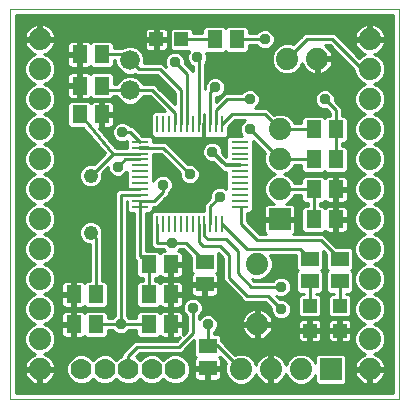
<source format=gtl>
G75*
%MOIN*%
%OFA0B0*%
%FSLAX25Y25*%
%IPPOS*%
%LPD*%
%AMOC8*
5,1,8,0,0,1.08239X$1,22.5*
%
%ADD10C,0.00000*%
%ADD11R,0.05800X0.01100*%
%ADD12R,0.01100X0.05800*%
%ADD13R,0.05906X0.05118*%
%ADD14C,0.04800*%
%ADD15R,0.05118X0.05906*%
%ADD16R,0.07400X0.07400*%
%ADD17C,0.07400*%
%ADD18C,0.06600*%
%ADD19R,0.04724X0.04724*%
%ADD20C,0.07000*%
%ADD21C,0.01000*%
%ADD22C,0.03762*%
%ADD23C,0.01200*%
D10*
X0001500Y0002496D02*
X0001500Y0132457D01*
X0131201Y0132457D01*
X0131201Y0002496D01*
X0001500Y0002496D01*
D11*
X0044900Y0066669D03*
X0044900Y0068638D03*
X0044900Y0070606D03*
X0044900Y0072575D03*
X0044900Y0074543D03*
X0044900Y0076512D03*
X0044900Y0078480D03*
X0044900Y0080449D03*
X0044900Y0082417D03*
X0044900Y0084386D03*
X0044900Y0086355D03*
X0044900Y0088323D03*
X0078100Y0088323D03*
X0078100Y0086355D03*
X0078100Y0084386D03*
X0078100Y0082417D03*
X0078100Y0080449D03*
X0078100Y0078480D03*
X0078100Y0076512D03*
X0078100Y0074543D03*
X0078100Y0072575D03*
X0078100Y0070606D03*
X0078100Y0068638D03*
X0078100Y0066669D03*
D12*
X0072327Y0060896D03*
X0070358Y0060896D03*
X0068390Y0060896D03*
X0066421Y0060896D03*
X0064453Y0060896D03*
X0062484Y0060896D03*
X0060516Y0060896D03*
X0058547Y0060896D03*
X0056579Y0060896D03*
X0054610Y0060896D03*
X0052642Y0060896D03*
X0050673Y0060896D03*
X0050673Y0094096D03*
X0052642Y0094096D03*
X0054610Y0094096D03*
X0056579Y0094096D03*
X0058547Y0094096D03*
X0060516Y0094096D03*
X0062484Y0094096D03*
X0064453Y0094096D03*
X0066421Y0094096D03*
X0068390Y0094096D03*
X0070358Y0094096D03*
X0072327Y0094096D03*
D13*
X0101500Y0049236D03*
X0101500Y0041756D03*
X0111500Y0041756D03*
X0111500Y0049236D03*
X0066500Y0048236D03*
X0066500Y0040756D03*
X0067500Y0020236D03*
X0067500Y0012756D03*
D14*
X0028500Y0057996D03*
X0028500Y0076996D03*
D15*
X0024760Y0097496D03*
X0032240Y0097496D03*
X0032240Y0106996D03*
X0024760Y0106996D03*
X0024760Y0117496D03*
X0032240Y0117496D03*
X0069760Y0122496D03*
X0077240Y0122496D03*
X0102760Y0092496D03*
X0110240Y0092496D03*
X0110240Y0082496D03*
X0102760Y0082496D03*
X0102760Y0072496D03*
X0110240Y0072496D03*
X0110240Y0062496D03*
X0102760Y0062496D03*
X0055240Y0047496D03*
X0047760Y0047496D03*
X0047760Y0037496D03*
X0055240Y0037496D03*
X0055240Y0027496D03*
X0047760Y0027496D03*
X0030240Y0027496D03*
X0022760Y0027496D03*
X0022760Y0037496D03*
X0030240Y0037496D03*
D16*
X0091500Y0062496D03*
X0108500Y0012496D03*
D17*
X0098500Y0012496D03*
X0088500Y0012496D03*
X0078500Y0012496D03*
X0084000Y0027496D03*
X0084000Y0047496D03*
X0091500Y0072496D03*
X0091500Y0082496D03*
X0091500Y0092496D03*
X0094000Y0115996D03*
X0104000Y0115996D03*
X0121500Y0112496D03*
X0121500Y0102496D03*
X0121500Y0092496D03*
X0121500Y0082496D03*
X0121500Y0072496D03*
X0121500Y0062496D03*
X0121500Y0052496D03*
X0121500Y0042496D03*
X0121500Y0032496D03*
X0121500Y0022496D03*
X0121500Y0012496D03*
X0121500Y0122496D03*
X0011500Y0122496D03*
X0011500Y0112496D03*
X0011500Y0102496D03*
X0011500Y0092496D03*
X0011500Y0082496D03*
X0011500Y0072496D03*
X0011500Y0062496D03*
X0011500Y0052496D03*
X0011500Y0042496D03*
X0011500Y0032496D03*
X0011500Y0022496D03*
X0011500Y0012496D03*
D18*
X0041500Y0105496D03*
X0041500Y0115496D03*
D19*
X0050366Y0122496D03*
X0058634Y0122496D03*
X0101500Y0033630D03*
X0101500Y0025362D03*
X0111500Y0025362D03*
X0111500Y0033630D03*
D20*
X0056669Y0012496D03*
X0048835Y0012496D03*
X0041000Y0012496D03*
X0033165Y0012496D03*
X0025331Y0012496D03*
D21*
X0029248Y0015650D02*
X0028163Y0016735D01*
X0026325Y0017496D01*
X0024336Y0017496D01*
X0022498Y0016735D01*
X0021092Y0015328D01*
X0020331Y0013491D01*
X0020331Y0011502D01*
X0021092Y0009664D01*
X0022498Y0008257D01*
X0024336Y0007496D01*
X0026325Y0007496D01*
X0028163Y0008257D01*
X0029248Y0009342D01*
X0030333Y0008257D01*
X0032171Y0007496D01*
X0034160Y0007496D01*
X0035998Y0008257D01*
X0037083Y0009342D01*
X0038168Y0008257D01*
X0040005Y0007496D01*
X0041995Y0007496D01*
X0043832Y0008257D01*
X0044917Y0009342D01*
X0046002Y0008257D01*
X0047840Y0007496D01*
X0049829Y0007496D01*
X0051667Y0008257D01*
X0052752Y0009342D01*
X0053837Y0008257D01*
X0055675Y0007496D01*
X0057664Y0007496D01*
X0059502Y0008257D01*
X0060908Y0009664D01*
X0061669Y0011502D01*
X0061669Y0013491D01*
X0060908Y0015328D01*
X0059502Y0016735D01*
X0057664Y0017496D01*
X0055675Y0017496D01*
X0053837Y0016735D01*
X0052752Y0015650D01*
X0051667Y0016735D01*
X0049829Y0017496D01*
X0047840Y0017496D01*
X0046002Y0016735D01*
X0044917Y0015650D01*
X0043832Y0016735D01*
X0043645Y0016813D01*
X0044828Y0017996D01*
X0058828Y0017996D01*
X0060000Y0019168D01*
X0063047Y0022215D01*
X0063047Y0017056D01*
X0063607Y0016496D01*
X0063347Y0016236D01*
X0063149Y0015894D01*
X0063047Y0015513D01*
X0063047Y0013256D01*
X0067000Y0013256D01*
X0067000Y0012256D01*
X0068000Y0012256D01*
X0068000Y0008697D01*
X0070650Y0008697D01*
X0071032Y0008799D01*
X0071374Y0008997D01*
X0071653Y0009276D01*
X0071851Y0009618D01*
X0071953Y0009999D01*
X0071953Y0012256D01*
X0068000Y0012256D01*
X0068000Y0013256D01*
X0071953Y0013256D01*
X0071953Y0015513D01*
X0071851Y0015894D01*
X0071653Y0016236D01*
X0071393Y0016496D01*
X0071532Y0016636D01*
X0073692Y0014476D01*
X0073300Y0013531D01*
X0073300Y0011462D01*
X0074092Y0009551D01*
X0075554Y0008088D01*
X0077466Y0007296D01*
X0079534Y0007296D01*
X0081446Y0008088D01*
X0082908Y0009551D01*
X0083514Y0011013D01*
X0083681Y0010500D01*
X0084053Y0009771D01*
X0084534Y0009109D01*
X0085112Y0008530D01*
X0085775Y0008049D01*
X0086504Y0007677D01*
X0087282Y0007424D01*
X0088000Y0007311D01*
X0088000Y0011996D01*
X0089000Y0011996D01*
X0089000Y0007311D01*
X0089718Y0007424D01*
X0090496Y0007677D01*
X0091225Y0008049D01*
X0091888Y0008530D01*
X0092466Y0009109D01*
X0092947Y0009771D01*
X0093319Y0010500D01*
X0093486Y0011013D01*
X0094092Y0009551D01*
X0095554Y0008088D01*
X0097466Y0007296D01*
X0099534Y0007296D01*
X0101446Y0008088D01*
X0102908Y0009551D01*
X0103300Y0010496D01*
X0103300Y0008175D01*
X0104179Y0007296D01*
X0112821Y0007296D01*
X0113700Y0008175D01*
X0113700Y0016818D01*
X0112821Y0017696D01*
X0104179Y0017696D01*
X0103300Y0016818D01*
X0103300Y0014496D01*
X0102908Y0015442D01*
X0101446Y0016905D01*
X0099534Y0017696D01*
X0097466Y0017696D01*
X0095554Y0016905D01*
X0094092Y0015442D01*
X0093486Y0013979D01*
X0093319Y0014492D01*
X0092947Y0015222D01*
X0092466Y0015884D01*
X0091888Y0016463D01*
X0091225Y0016944D01*
X0090496Y0017315D01*
X0089718Y0017568D01*
X0089000Y0017682D01*
X0089000Y0012996D01*
X0088000Y0012996D01*
X0088000Y0017682D01*
X0087282Y0017568D01*
X0086504Y0017315D01*
X0085775Y0016944D01*
X0085112Y0016463D01*
X0084534Y0015884D01*
X0084053Y0015222D01*
X0083681Y0014492D01*
X0083514Y0013979D01*
X0082908Y0015442D01*
X0081446Y0016905D01*
X0079534Y0017696D01*
X0077466Y0017696D01*
X0076520Y0017305D01*
X0072860Y0020965D01*
X0072860Y0021106D01*
X0071953Y0022013D01*
X0071953Y0023417D01*
X0071074Y0024295D01*
X0069500Y0024295D01*
X0069500Y0024715D01*
X0070366Y0025581D01*
X0070881Y0026824D01*
X0070881Y0028169D01*
X0070366Y0029411D01*
X0069415Y0030363D01*
X0068173Y0030877D01*
X0066827Y0030877D01*
X0065585Y0030363D01*
X0064634Y0029411D01*
X0064500Y0029089D01*
X0064500Y0030215D01*
X0065366Y0031081D01*
X0065881Y0032324D01*
X0065881Y0033669D01*
X0065366Y0034911D01*
X0064415Y0035863D01*
X0063173Y0036377D01*
X0061827Y0036377D01*
X0060585Y0035863D01*
X0059634Y0034911D01*
X0059119Y0033669D01*
X0059119Y0032324D01*
X0059634Y0031081D01*
X0060500Y0030215D01*
X0060500Y0025325D01*
X0059218Y0024042D01*
X0059299Y0024346D01*
X0059299Y0026996D01*
X0055740Y0026996D01*
X0055740Y0023043D01*
X0057997Y0023043D01*
X0058300Y0023125D01*
X0057172Y0021996D01*
X0043172Y0021996D01*
X0042000Y0020825D01*
X0042000Y0020825D01*
X0039000Y0017825D01*
X0039000Y0017080D01*
X0038168Y0016735D01*
X0037083Y0015650D01*
X0035998Y0016735D01*
X0034160Y0017496D01*
X0032171Y0017496D01*
X0030333Y0016735D01*
X0029248Y0015650D01*
X0028423Y0016475D02*
X0030073Y0016475D01*
X0032117Y0017474D02*
X0026379Y0017474D01*
X0024282Y0017474D02*
X0013008Y0017474D01*
X0012983Y0017482D02*
X0014446Y0018088D01*
X0015908Y0019551D01*
X0016700Y0021462D01*
X0016700Y0023531D01*
X0015908Y0025442D01*
X0014446Y0026905D01*
X0013017Y0027496D01*
X0014446Y0028088D01*
X0015908Y0029551D01*
X0016700Y0031462D01*
X0016700Y0033531D01*
X0015908Y0035442D01*
X0014446Y0036905D01*
X0013017Y0037496D01*
X0014446Y0038088D01*
X0015908Y0039551D01*
X0016700Y0041462D01*
X0016700Y0043531D01*
X0015908Y0045442D01*
X0014446Y0046905D01*
X0013017Y0047496D01*
X0014446Y0048088D01*
X0015908Y0049551D01*
X0016700Y0051462D01*
X0016700Y0053531D01*
X0015908Y0055442D01*
X0014446Y0056905D01*
X0013017Y0057496D01*
X0014446Y0058088D01*
X0015908Y0059551D01*
X0016700Y0061462D01*
X0016700Y0063531D01*
X0015908Y0065442D01*
X0014446Y0066905D01*
X0013017Y0067496D01*
X0014446Y0068088D01*
X0015908Y0069551D01*
X0016700Y0071462D01*
X0016700Y0073531D01*
X0015908Y0075442D01*
X0014446Y0076905D01*
X0013017Y0077496D01*
X0014446Y0078088D01*
X0015908Y0079551D01*
X0016700Y0081462D01*
X0016700Y0083531D01*
X0015908Y0085442D01*
X0014446Y0086905D01*
X0013017Y0087496D01*
X0014446Y0088088D01*
X0015908Y0089551D01*
X0016700Y0091462D01*
X0016700Y0093531D01*
X0015908Y0095442D01*
X0014446Y0096905D01*
X0013017Y0097496D01*
X0014446Y0098088D01*
X0015908Y0099551D01*
X0016700Y0101462D01*
X0016700Y0103531D01*
X0015908Y0105442D01*
X0014446Y0106905D01*
X0013017Y0107496D01*
X0014446Y0108088D01*
X0015908Y0109551D01*
X0016700Y0111462D01*
X0016700Y0113531D01*
X0015908Y0115442D01*
X0014446Y0116905D01*
X0012983Y0117510D01*
X0013496Y0117677D01*
X0014225Y0118049D01*
X0014888Y0118530D01*
X0015466Y0119109D01*
X0015947Y0119771D01*
X0016319Y0120500D01*
X0016572Y0121279D01*
X0016686Y0121996D01*
X0012000Y0121996D01*
X0012000Y0122996D01*
X0016686Y0122996D01*
X0016572Y0123714D01*
X0016319Y0124492D01*
X0015947Y0125222D01*
X0015466Y0125884D01*
X0014888Y0126463D01*
X0014225Y0126944D01*
X0013496Y0127315D01*
X0012718Y0127568D01*
X0012000Y0127682D01*
X0012000Y0122996D01*
X0011000Y0122996D01*
X0011000Y0121996D01*
X0006314Y0121996D01*
X0006428Y0121279D01*
X0006681Y0120500D01*
X0007053Y0119771D01*
X0007534Y0119109D01*
X0008112Y0118530D01*
X0008775Y0118049D01*
X0009504Y0117677D01*
X0010017Y0117510D01*
X0008554Y0116905D01*
X0007092Y0115442D01*
X0006300Y0113531D01*
X0006300Y0111462D01*
X0007092Y0109551D01*
X0008554Y0108088D01*
X0009983Y0107496D01*
X0008554Y0106905D01*
X0007092Y0105442D01*
X0006300Y0103531D01*
X0006300Y0101462D01*
X0007092Y0099551D01*
X0008554Y0098088D01*
X0009983Y0097496D01*
X0008554Y0096905D01*
X0007092Y0095442D01*
X0006300Y0093531D01*
X0006300Y0091462D01*
X0007092Y0089551D01*
X0008554Y0088088D01*
X0009983Y0087496D01*
X0008554Y0086905D01*
X0007092Y0085442D01*
X0006300Y0083531D01*
X0006300Y0081462D01*
X0007092Y0079551D01*
X0008554Y0078088D01*
X0009983Y0077496D01*
X0008554Y0076905D01*
X0007092Y0075442D01*
X0006300Y0073531D01*
X0006300Y0071462D01*
X0007092Y0069551D01*
X0008554Y0068088D01*
X0009983Y0067496D01*
X0008554Y0066905D01*
X0007092Y0065442D01*
X0006300Y0063531D01*
X0006300Y0061462D01*
X0007092Y0059551D01*
X0008554Y0058088D01*
X0009983Y0057496D01*
X0008554Y0056905D01*
X0007092Y0055442D01*
X0006300Y0053531D01*
X0006300Y0051462D01*
X0007092Y0049551D01*
X0008554Y0048088D01*
X0009983Y0047496D01*
X0008554Y0046905D01*
X0007092Y0045442D01*
X0006300Y0043531D01*
X0006300Y0041462D01*
X0007092Y0039551D01*
X0008554Y0038088D01*
X0009983Y0037496D01*
X0008554Y0036905D01*
X0007092Y0035442D01*
X0006300Y0033531D01*
X0006300Y0031462D01*
X0007092Y0029551D01*
X0008554Y0028088D01*
X0009983Y0027496D01*
X0008554Y0026905D01*
X0007092Y0025442D01*
X0006300Y0023531D01*
X0006300Y0021462D01*
X0007092Y0019551D01*
X0008554Y0018088D01*
X0010017Y0017482D01*
X0009504Y0017315D01*
X0008775Y0016944D01*
X0008112Y0016463D01*
X0007534Y0015884D01*
X0007053Y0015222D01*
X0006681Y0014492D01*
X0006428Y0013714D01*
X0006314Y0012996D01*
X0011000Y0012996D01*
X0011000Y0011996D01*
X0012000Y0011996D01*
X0012000Y0007311D01*
X0012718Y0007424D01*
X0013496Y0007677D01*
X0014225Y0008049D01*
X0014888Y0008530D01*
X0015466Y0009109D01*
X0015947Y0009771D01*
X0016319Y0010500D01*
X0016572Y0011279D01*
X0016686Y0011996D01*
X0012000Y0011996D01*
X0012000Y0012996D01*
X0016686Y0012996D01*
X0016572Y0013714D01*
X0016319Y0014492D01*
X0015947Y0015222D01*
X0015466Y0015884D01*
X0014888Y0016463D01*
X0014225Y0016944D01*
X0013496Y0017315D01*
X0012983Y0017482D01*
X0014830Y0018472D02*
X0039648Y0018472D01*
X0039000Y0017474D02*
X0034214Y0017474D01*
X0036257Y0016475D02*
X0037908Y0016475D01*
X0041000Y0016996D02*
X0044000Y0019996D01*
X0058000Y0019996D01*
X0062500Y0024496D01*
X0062500Y0032996D01*
X0060169Y0035447D02*
X0059299Y0035447D01*
X0059299Y0034449D02*
X0059442Y0034449D01*
X0059299Y0034346D02*
X0059299Y0036996D01*
X0055740Y0036996D01*
X0055740Y0033043D01*
X0057997Y0033043D01*
X0058378Y0033146D01*
X0058720Y0033343D01*
X0058999Y0033622D01*
X0059197Y0033964D01*
X0059299Y0034346D01*
X0059119Y0033450D02*
X0058827Y0033450D01*
X0059119Y0032452D02*
X0040500Y0032452D01*
X0040500Y0033450D02*
X0044173Y0033450D01*
X0044579Y0033043D02*
X0050940Y0033043D01*
X0051500Y0033603D01*
X0051760Y0033343D01*
X0052102Y0033146D01*
X0052484Y0033043D01*
X0054740Y0033043D01*
X0054740Y0036996D01*
X0055740Y0036996D01*
X0055740Y0037996D01*
X0059299Y0037996D01*
X0059299Y0040646D01*
X0059197Y0041028D01*
X0058999Y0041370D01*
X0058720Y0041649D01*
X0058378Y0041847D01*
X0057997Y0041949D01*
X0055740Y0041949D01*
X0055740Y0037996D01*
X0054740Y0037996D01*
X0054740Y0041949D01*
X0052484Y0041949D01*
X0052102Y0041847D01*
X0051760Y0041649D01*
X0051500Y0041389D01*
X0050940Y0041949D01*
X0049760Y0041949D01*
X0049760Y0043043D01*
X0050940Y0043043D01*
X0051500Y0043603D01*
X0051760Y0043343D01*
X0052102Y0043146D01*
X0052484Y0043043D01*
X0054740Y0043043D01*
X0054740Y0046996D01*
X0055740Y0046996D01*
X0055740Y0043043D01*
X0057997Y0043043D01*
X0058378Y0043146D01*
X0058720Y0043343D01*
X0058999Y0043622D01*
X0059197Y0043964D01*
X0059299Y0044346D01*
X0059299Y0046996D01*
X0055740Y0046996D01*
X0055740Y0047996D01*
X0059299Y0047996D01*
X0059299Y0050646D01*
X0059197Y0051028D01*
X0058999Y0051370D01*
X0058720Y0051649D01*
X0058378Y0051847D01*
X0057997Y0051949D01*
X0057734Y0051949D01*
X0058282Y0052496D01*
X0059412Y0052496D01*
X0062047Y0049861D01*
X0062047Y0045056D01*
X0062607Y0044496D01*
X0062347Y0044236D01*
X0062149Y0043894D01*
X0062047Y0043513D01*
X0062047Y0041256D01*
X0066000Y0041256D01*
X0066000Y0040256D01*
X0067000Y0040256D01*
X0067000Y0036697D01*
X0069650Y0036697D01*
X0070032Y0036799D01*
X0070374Y0036997D01*
X0070653Y0037276D01*
X0070851Y0037618D01*
X0070953Y0037999D01*
X0070953Y0040256D01*
X0067000Y0040256D01*
X0067000Y0041256D01*
X0070953Y0041256D01*
X0070953Y0043513D01*
X0070851Y0043894D01*
X0070653Y0044236D01*
X0070393Y0044496D01*
X0070953Y0045056D01*
X0070953Y0051215D01*
X0072500Y0049668D01*
X0072500Y0042168D01*
X0078500Y0036168D01*
X0079672Y0034996D01*
X0086672Y0034996D01*
X0088619Y0033049D01*
X0088619Y0031824D01*
X0089134Y0030581D01*
X0090085Y0029630D01*
X0091327Y0029115D01*
X0092673Y0029115D01*
X0093915Y0029630D01*
X0094866Y0030581D01*
X0095381Y0031824D01*
X0095381Y0033169D01*
X0094866Y0034411D01*
X0093915Y0035363D01*
X0092673Y0035877D01*
X0091447Y0035877D01*
X0090273Y0037052D01*
X0091327Y0036615D01*
X0092673Y0036615D01*
X0093915Y0037130D01*
X0094866Y0038081D01*
X0095381Y0039324D01*
X0095381Y0040669D01*
X0094866Y0041911D01*
X0093915Y0042863D01*
X0092673Y0043377D01*
X0091327Y0043377D01*
X0090085Y0042863D01*
X0089218Y0041996D01*
X0082828Y0041996D01*
X0082219Y0042605D01*
X0082966Y0042296D01*
X0085034Y0042296D01*
X0086946Y0043088D01*
X0088408Y0044551D01*
X0089200Y0046462D01*
X0089200Y0048531D01*
X0088408Y0050442D01*
X0088354Y0050496D01*
X0097047Y0050496D01*
X0097047Y0046056D01*
X0097607Y0045496D01*
X0097047Y0044936D01*
X0097047Y0038576D01*
X0097926Y0037697D01*
X0099500Y0037697D01*
X0099500Y0037492D01*
X0098516Y0037492D01*
X0097638Y0036614D01*
X0097638Y0030647D01*
X0098516Y0029768D01*
X0104484Y0029768D01*
X0105362Y0030647D01*
X0105362Y0036614D01*
X0104484Y0037492D01*
X0103500Y0037492D01*
X0103500Y0037697D01*
X0105074Y0037697D01*
X0105953Y0038576D01*
X0105953Y0044936D01*
X0105393Y0045496D01*
X0105953Y0046056D01*
X0105953Y0051955D01*
X0107047Y0050861D01*
X0107047Y0046056D01*
X0107607Y0045496D01*
X0107047Y0044936D01*
X0107047Y0038576D01*
X0107926Y0037697D01*
X0109500Y0037697D01*
X0109500Y0037492D01*
X0108516Y0037492D01*
X0107638Y0036614D01*
X0107638Y0030647D01*
X0108516Y0029768D01*
X0114484Y0029768D01*
X0115362Y0030647D01*
X0115362Y0036614D01*
X0114484Y0037492D01*
X0113500Y0037492D01*
X0113500Y0037697D01*
X0115074Y0037697D01*
X0115953Y0038576D01*
X0115953Y0044936D01*
X0115393Y0045496D01*
X0115953Y0046056D01*
X0115953Y0052417D01*
X0115074Y0053295D01*
X0110269Y0053295D01*
X0107240Y0056325D01*
X0106069Y0057496D01*
X0095948Y0057496D01*
X0096121Y0057596D01*
X0096400Y0057875D01*
X0096598Y0058217D01*
X0096700Y0058599D01*
X0096700Y0061996D01*
X0092000Y0061996D01*
X0092000Y0062996D01*
X0096700Y0062996D01*
X0096700Y0066394D01*
X0096598Y0066775D01*
X0096400Y0067117D01*
X0096121Y0067396D01*
X0095779Y0067594D01*
X0095397Y0067696D01*
X0093500Y0067696D01*
X0094446Y0068088D01*
X0095908Y0069551D01*
X0096300Y0070496D01*
X0098701Y0070496D01*
X0098701Y0068922D01*
X0099579Y0068043D01*
X0100760Y0068043D01*
X0100760Y0066949D01*
X0099579Y0066949D01*
X0098701Y0066070D01*
X0098701Y0058922D01*
X0099579Y0058043D01*
X0105940Y0058043D01*
X0106500Y0058603D01*
X0106760Y0058343D01*
X0107102Y0058146D01*
X0107484Y0058043D01*
X0109740Y0058043D01*
X0109740Y0061996D01*
X0110740Y0061996D01*
X0110740Y0058043D01*
X0112997Y0058043D01*
X0113378Y0058146D01*
X0113720Y0058343D01*
X0113999Y0058622D01*
X0114197Y0058964D01*
X0114299Y0059346D01*
X0114299Y0061996D01*
X0110740Y0061996D01*
X0110740Y0062996D01*
X0114299Y0062996D01*
X0114299Y0065646D01*
X0114197Y0066028D01*
X0113999Y0066370D01*
X0113720Y0066649D01*
X0113378Y0066847D01*
X0112997Y0066949D01*
X0110740Y0066949D01*
X0110740Y0062996D01*
X0109740Y0062996D01*
X0109740Y0066949D01*
X0107484Y0066949D01*
X0107102Y0066847D01*
X0106760Y0066649D01*
X0106500Y0066389D01*
X0105940Y0066949D01*
X0104760Y0066949D01*
X0104760Y0068043D01*
X0105940Y0068043D01*
X0106500Y0068603D01*
X0106760Y0068343D01*
X0107102Y0068146D01*
X0107484Y0068043D01*
X0109740Y0068043D01*
X0109740Y0071996D01*
X0110740Y0071996D01*
X0110740Y0068043D01*
X0112997Y0068043D01*
X0113378Y0068146D01*
X0113720Y0068343D01*
X0113999Y0068622D01*
X0114197Y0068964D01*
X0114299Y0069346D01*
X0114299Y0071996D01*
X0110740Y0071996D01*
X0110740Y0072996D01*
X0114299Y0072996D01*
X0114299Y0075646D01*
X0114197Y0076028D01*
X0113999Y0076370D01*
X0113720Y0076649D01*
X0113378Y0076847D01*
X0112997Y0076949D01*
X0110740Y0076949D01*
X0110740Y0072996D01*
X0109740Y0072996D01*
X0109740Y0076949D01*
X0107484Y0076949D01*
X0107102Y0076847D01*
X0106760Y0076649D01*
X0106500Y0076389D01*
X0105940Y0076949D01*
X0099579Y0076949D01*
X0098701Y0076070D01*
X0098701Y0074496D01*
X0096300Y0074496D01*
X0095908Y0075442D01*
X0094446Y0076905D01*
X0093017Y0077496D01*
X0094446Y0078088D01*
X0095908Y0079551D01*
X0096300Y0080496D01*
X0098701Y0080496D01*
X0098701Y0078922D01*
X0099579Y0078043D01*
X0105940Y0078043D01*
X0106500Y0078603D01*
X0107060Y0078043D01*
X0113421Y0078043D01*
X0114299Y0078922D01*
X0114299Y0086070D01*
X0113421Y0086949D01*
X0112240Y0086949D01*
X0112240Y0088043D01*
X0113421Y0088043D01*
X0114299Y0088922D01*
X0114299Y0096070D01*
X0113421Y0096949D01*
X0112240Y0096949D01*
X0112240Y0099584D01*
X0109881Y0101944D01*
X0109881Y0103169D01*
X0109366Y0104411D01*
X0108415Y0105363D01*
X0107173Y0105877D01*
X0105827Y0105877D01*
X0104585Y0105363D01*
X0103634Y0104411D01*
X0103119Y0103169D01*
X0103119Y0101824D01*
X0103634Y0100581D01*
X0104585Y0099630D01*
X0105827Y0099115D01*
X0107053Y0099115D01*
X0108240Y0097928D01*
X0108240Y0096949D01*
X0107060Y0096949D01*
X0106500Y0096389D01*
X0105940Y0096949D01*
X0099579Y0096949D01*
X0098701Y0096070D01*
X0098701Y0094496D01*
X0096300Y0094496D01*
X0095908Y0095442D01*
X0094446Y0096905D01*
X0092534Y0097696D01*
X0090466Y0097696D01*
X0089520Y0097305D01*
X0087328Y0099496D01*
X0083093Y0099496D01*
X0083415Y0099630D01*
X0084366Y0100581D01*
X0084881Y0101824D01*
X0084881Y0103169D01*
X0084366Y0104411D01*
X0083415Y0105363D01*
X0082173Y0105877D01*
X0080827Y0105877D01*
X0079585Y0105363D01*
X0078718Y0104496D01*
X0073172Y0104496D01*
X0070390Y0101714D01*
X0070390Y0103115D01*
X0070673Y0103115D01*
X0071915Y0103630D01*
X0072866Y0104581D01*
X0073381Y0105824D01*
X0073381Y0107169D01*
X0072866Y0108411D01*
X0071915Y0109363D01*
X0070673Y0109877D01*
X0069327Y0109877D01*
X0068085Y0109363D01*
X0067134Y0108411D01*
X0066619Y0107169D01*
X0066619Y0105944D01*
X0066453Y0105777D01*
X0066453Y0114167D01*
X0066866Y0114581D01*
X0067381Y0115824D01*
X0067381Y0117169D01*
X0067019Y0118043D01*
X0072940Y0118043D01*
X0073500Y0118603D01*
X0074060Y0118043D01*
X0080421Y0118043D01*
X0081299Y0118922D01*
X0081299Y0120496D01*
X0083718Y0120496D01*
X0084585Y0119630D01*
X0085827Y0119115D01*
X0087173Y0119115D01*
X0088415Y0119630D01*
X0089366Y0120581D01*
X0089881Y0121824D01*
X0089881Y0123169D01*
X0089366Y0124411D01*
X0088415Y0125363D01*
X0087173Y0125877D01*
X0085827Y0125877D01*
X0084585Y0125363D01*
X0083718Y0124496D01*
X0081299Y0124496D01*
X0081299Y0126070D01*
X0080421Y0126949D01*
X0074060Y0126949D01*
X0073500Y0126389D01*
X0072940Y0126949D01*
X0066579Y0126949D01*
X0065701Y0126070D01*
X0065701Y0124496D01*
X0062496Y0124496D01*
X0062496Y0125480D01*
X0061617Y0126358D01*
X0055650Y0126358D01*
X0054772Y0125480D01*
X0054772Y0119513D01*
X0055650Y0118634D01*
X0061356Y0118634D01*
X0061134Y0118411D01*
X0060619Y0117169D01*
X0060619Y0115824D01*
X0061134Y0114581D01*
X0062085Y0113630D01*
X0062453Y0113477D01*
X0062453Y0111872D01*
X0059881Y0114444D01*
X0059881Y0115669D01*
X0059366Y0116911D01*
X0058415Y0117863D01*
X0057173Y0118377D01*
X0055827Y0118377D01*
X0054585Y0117863D01*
X0053634Y0116911D01*
X0053119Y0115669D01*
X0053119Y0114324D01*
X0053556Y0113269D01*
X0053500Y0113325D01*
X0052328Y0114496D01*
X0046281Y0114496D01*
X0046300Y0114541D01*
X0046300Y0116451D01*
X0045569Y0118215D01*
X0044219Y0119565D01*
X0042455Y0120296D01*
X0040545Y0120296D01*
X0038781Y0119565D01*
X0038712Y0119496D01*
X0036299Y0119496D01*
X0036299Y0121070D01*
X0035421Y0121949D01*
X0029060Y0121949D01*
X0028500Y0121389D01*
X0028240Y0121649D01*
X0027898Y0121847D01*
X0027516Y0121949D01*
X0025260Y0121949D01*
X0025260Y0117996D01*
X0024260Y0117996D01*
X0024260Y0116996D01*
X0025260Y0116996D01*
X0025260Y0113043D01*
X0027516Y0113043D01*
X0027898Y0113146D01*
X0028240Y0113343D01*
X0028500Y0113603D01*
X0029060Y0113043D01*
X0035421Y0113043D01*
X0036299Y0113922D01*
X0036299Y0115496D01*
X0036700Y0115496D01*
X0036700Y0114541D01*
X0037431Y0112777D01*
X0038781Y0111427D01*
X0040545Y0110696D01*
X0042455Y0110696D01*
X0043174Y0110994D01*
X0043672Y0110496D01*
X0050672Y0110496D01*
X0056547Y0104621D01*
X0056547Y0100777D01*
X0051000Y0106325D01*
X0049828Y0107496D01*
X0045867Y0107496D01*
X0045569Y0108215D01*
X0044219Y0109565D01*
X0042455Y0110296D01*
X0040545Y0110296D01*
X0038781Y0109565D01*
X0037431Y0108215D01*
X0037133Y0107496D01*
X0036299Y0107496D01*
X0036299Y0110570D01*
X0035421Y0111449D01*
X0029060Y0111449D01*
X0028500Y0110889D01*
X0028240Y0111149D01*
X0027898Y0111347D01*
X0027516Y0111449D01*
X0025260Y0111449D01*
X0025260Y0107496D01*
X0024260Y0107496D01*
X0024260Y0106496D01*
X0025260Y0106496D01*
X0025260Y0102543D01*
X0027516Y0102543D01*
X0027898Y0102646D01*
X0028240Y0102843D01*
X0028500Y0103103D01*
X0029060Y0102543D01*
X0035421Y0102543D01*
X0036299Y0103422D01*
X0036299Y0103496D01*
X0037133Y0103496D01*
X0037431Y0102777D01*
X0038781Y0101427D01*
X0040545Y0100696D01*
X0042455Y0100696D01*
X0044219Y0101427D01*
X0045569Y0102777D01*
X0045867Y0103496D01*
X0048172Y0103496D01*
X0053172Y0098496D01*
X0049502Y0098496D01*
X0048623Y0097618D01*
X0048623Y0090575D01*
X0049502Y0089696D01*
X0065624Y0089696D01*
X0065635Y0089707D01*
X0065674Y0089696D01*
X0066421Y0089696D01*
X0066421Y0090493D01*
X0066421Y0090493D01*
X0066421Y0089696D01*
X0067169Y0089696D01*
X0067208Y0089707D01*
X0067218Y0089696D01*
X0073498Y0089696D01*
X0074377Y0090575D01*
X0074377Y0093318D01*
X0076555Y0095496D01*
X0079907Y0095496D01*
X0079585Y0095363D01*
X0078634Y0094411D01*
X0078119Y0093169D01*
X0078119Y0091824D01*
X0078634Y0090581D01*
X0078842Y0090373D01*
X0074579Y0090373D01*
X0073700Y0089494D01*
X0073700Y0083266D01*
X0072381Y0084585D01*
X0072381Y0085669D01*
X0071866Y0086911D01*
X0070915Y0087863D01*
X0069673Y0088377D01*
X0068327Y0088377D01*
X0067085Y0087863D01*
X0066134Y0086911D01*
X0065619Y0085669D01*
X0065619Y0084324D01*
X0066134Y0083081D01*
X0067085Y0082130D01*
X0068327Y0081615D01*
X0069411Y0081615D01*
X0072677Y0078349D01*
X0073700Y0078349D01*
X0073700Y0072578D01*
X0073415Y0072863D01*
X0072173Y0073377D01*
X0070827Y0073377D01*
X0069585Y0072863D01*
X0068634Y0071911D01*
X0068119Y0070669D01*
X0068119Y0069444D01*
X0066390Y0067714D01*
X0066390Y0065296D01*
X0049502Y0065296D01*
X0048623Y0064418D01*
X0048623Y0057375D01*
X0048673Y0057325D01*
X0048673Y0053668D01*
X0049845Y0052496D01*
X0052718Y0052496D01*
X0053266Y0051949D01*
X0052484Y0051949D01*
X0052102Y0051847D01*
X0051760Y0051649D01*
X0051500Y0051389D01*
X0050940Y0051949D01*
X0046900Y0051949D01*
X0046900Y0064619D01*
X0048421Y0064619D01*
X0049300Y0065498D01*
X0049300Y0066638D01*
X0050470Y0066638D01*
X0053328Y0069496D01*
X0054500Y0070668D01*
X0054500Y0071215D01*
X0055366Y0072081D01*
X0055881Y0073324D01*
X0055881Y0074669D01*
X0055366Y0075911D01*
X0054415Y0076863D01*
X0053173Y0077377D01*
X0051827Y0077377D01*
X0050585Y0076863D01*
X0049634Y0075911D01*
X0049300Y0075106D01*
X0049300Y0084355D01*
X0051813Y0084355D01*
X0058119Y0078049D01*
X0058119Y0076824D01*
X0058634Y0075581D01*
X0059585Y0074630D01*
X0060827Y0074115D01*
X0062173Y0074115D01*
X0063415Y0074630D01*
X0064366Y0075581D01*
X0064881Y0076824D01*
X0064881Y0078169D01*
X0064366Y0079411D01*
X0063415Y0080363D01*
X0062173Y0080877D01*
X0060947Y0080877D01*
X0053470Y0088354D01*
X0049300Y0088354D01*
X0049300Y0089494D01*
X0048421Y0090373D01*
X0045678Y0090373D01*
X0042555Y0093496D01*
X0041782Y0093496D01*
X0040915Y0094363D01*
X0039673Y0094877D01*
X0038327Y0094877D01*
X0037085Y0094363D01*
X0036134Y0093411D01*
X0035619Y0092169D01*
X0035619Y0090824D01*
X0036134Y0089581D01*
X0037085Y0088630D01*
X0038327Y0088115D01*
X0039673Y0088115D01*
X0040500Y0088458D01*
X0040500Y0086386D01*
X0036860Y0086386D01*
X0036760Y0086486D01*
X0036712Y0086486D01*
X0031155Y0093043D01*
X0031740Y0093043D01*
X0031740Y0096996D01*
X0032740Y0096996D01*
X0032740Y0093043D01*
X0034997Y0093043D01*
X0035378Y0093146D01*
X0035720Y0093343D01*
X0035999Y0093622D01*
X0036197Y0093964D01*
X0036299Y0094346D01*
X0036299Y0096996D01*
X0032740Y0096996D01*
X0032740Y0097996D01*
X0036299Y0097996D01*
X0036299Y0100646D01*
X0036197Y0101028D01*
X0035999Y0101370D01*
X0035720Y0101649D01*
X0035378Y0101847D01*
X0034997Y0101949D01*
X0032740Y0101949D01*
X0032740Y0097996D01*
X0031740Y0097996D01*
X0031740Y0101949D01*
X0029484Y0101949D01*
X0029102Y0101847D01*
X0028760Y0101649D01*
X0028500Y0101389D01*
X0027940Y0101949D01*
X0021579Y0101949D01*
X0020701Y0101070D01*
X0020701Y0093922D01*
X0021579Y0093043D01*
X0025912Y0093043D01*
X0033163Y0084487D01*
X0029485Y0080810D01*
X0029276Y0080896D01*
X0027724Y0080896D01*
X0026291Y0080302D01*
X0025194Y0079205D01*
X0024600Y0077772D01*
X0024600Y0076220D01*
X0025194Y0074787D01*
X0026291Y0073690D01*
X0027724Y0073096D01*
X0029276Y0073096D01*
X0030709Y0073690D01*
X0031806Y0074787D01*
X0032400Y0076220D01*
X0032400Y0077772D01*
X0032313Y0077981D01*
X0034119Y0079787D01*
X0034119Y0079324D01*
X0034634Y0078081D01*
X0035585Y0077130D01*
X0036827Y0076615D01*
X0038173Y0076615D01*
X0039415Y0077130D01*
X0040366Y0078081D01*
X0040500Y0078404D01*
X0040500Y0073372D01*
X0040511Y0073362D01*
X0040500Y0073322D01*
X0040500Y0072606D01*
X0037672Y0072606D01*
X0036500Y0071435D01*
X0036500Y0030278D01*
X0035718Y0029496D01*
X0034299Y0029496D01*
X0034299Y0031070D01*
X0033421Y0031949D01*
X0027060Y0031949D01*
X0026500Y0031389D01*
X0026240Y0031649D01*
X0025898Y0031847D01*
X0025516Y0031949D01*
X0023260Y0031949D01*
X0023260Y0027996D01*
X0022260Y0027996D01*
X0022260Y0026996D01*
X0023260Y0026996D01*
X0023260Y0023043D01*
X0025516Y0023043D01*
X0025898Y0023146D01*
X0026240Y0023343D01*
X0026500Y0023603D01*
X0027060Y0023043D01*
X0033421Y0023043D01*
X0034299Y0023922D01*
X0034299Y0025496D01*
X0035718Y0025496D01*
X0036585Y0024630D01*
X0037827Y0024115D01*
X0039173Y0024115D01*
X0040415Y0024630D01*
X0041282Y0025496D01*
X0043701Y0025496D01*
X0043701Y0023922D01*
X0044579Y0023043D01*
X0050940Y0023043D01*
X0051500Y0023603D01*
X0051760Y0023343D01*
X0052102Y0023146D01*
X0052484Y0023043D01*
X0054740Y0023043D01*
X0054740Y0026996D01*
X0055740Y0026996D01*
X0055740Y0027996D01*
X0059299Y0027996D01*
X0059299Y0030646D01*
X0059197Y0031028D01*
X0058999Y0031370D01*
X0058720Y0031649D01*
X0058378Y0031847D01*
X0057997Y0031949D01*
X0055740Y0031949D01*
X0055740Y0027996D01*
X0054740Y0027996D01*
X0054740Y0031949D01*
X0052484Y0031949D01*
X0052102Y0031847D01*
X0051760Y0031649D01*
X0051500Y0031389D01*
X0050940Y0031949D01*
X0044579Y0031949D01*
X0043701Y0031070D01*
X0043701Y0029496D01*
X0041282Y0029496D01*
X0040500Y0030278D01*
X0040500Y0068606D01*
X0040500Y0065498D01*
X0041379Y0064619D01*
X0042900Y0064619D01*
X0042900Y0049528D01*
X0043701Y0048727D01*
X0043701Y0043922D01*
X0044579Y0043043D01*
X0045760Y0043043D01*
X0045760Y0041949D01*
X0044579Y0041949D01*
X0043701Y0041070D01*
X0043701Y0033922D01*
X0044579Y0033043D01*
X0043701Y0034449D02*
X0040500Y0034449D01*
X0040500Y0035447D02*
X0043701Y0035447D01*
X0043701Y0036446D02*
X0040500Y0036446D01*
X0040500Y0037444D02*
X0043701Y0037444D01*
X0043701Y0038443D02*
X0040500Y0038443D01*
X0040500Y0039441D02*
X0043701Y0039441D01*
X0043701Y0040440D02*
X0040500Y0040440D01*
X0040500Y0041438D02*
X0044069Y0041438D01*
X0045760Y0042437D02*
X0040500Y0042437D01*
X0040500Y0043435D02*
X0044188Y0043435D01*
X0043701Y0044434D02*
X0040500Y0044434D01*
X0040500Y0045432D02*
X0043701Y0045432D01*
X0043701Y0046431D02*
X0040500Y0046431D01*
X0040500Y0047429D02*
X0043701Y0047429D01*
X0043701Y0048428D02*
X0040500Y0048428D01*
X0040500Y0049426D02*
X0043001Y0049426D01*
X0042900Y0050425D02*
X0040500Y0050425D01*
X0040500Y0051423D02*
X0042900Y0051423D01*
X0042900Y0052422D02*
X0040500Y0052422D01*
X0040500Y0053420D02*
X0042900Y0053420D01*
X0042900Y0054419D02*
X0040500Y0054419D01*
X0040500Y0055417D02*
X0042900Y0055417D01*
X0042900Y0056416D02*
X0040500Y0056416D01*
X0040500Y0057414D02*
X0042900Y0057414D01*
X0042900Y0058413D02*
X0040500Y0058413D01*
X0040500Y0059411D02*
X0042900Y0059411D01*
X0042900Y0060410D02*
X0040500Y0060410D01*
X0040500Y0061408D02*
X0042900Y0061408D01*
X0042900Y0062407D02*
X0040500Y0062407D01*
X0040500Y0063405D02*
X0042900Y0063405D01*
X0042900Y0064404D02*
X0040500Y0064404D01*
X0040500Y0065402D02*
X0040596Y0065402D01*
X0040500Y0066401D02*
X0040500Y0066401D01*
X0040500Y0067399D02*
X0040500Y0067399D01*
X0040500Y0068398D02*
X0040500Y0068398D01*
X0040500Y0068606D02*
X0040500Y0068606D01*
X0038500Y0070606D02*
X0038500Y0027496D01*
X0047760Y0027496D01*
X0043701Y0025462D02*
X0041247Y0025462D01*
X0040014Y0024463D02*
X0043701Y0024463D01*
X0044158Y0023465D02*
X0033842Y0023465D01*
X0034299Y0024463D02*
X0036986Y0024463D01*
X0035753Y0025462D02*
X0034299Y0025462D01*
X0030240Y0027496D02*
X0038500Y0027496D01*
X0036500Y0030455D02*
X0034299Y0030455D01*
X0033916Y0031453D02*
X0036500Y0031453D01*
X0036500Y0032452D02*
X0016700Y0032452D01*
X0016700Y0033450D02*
X0019173Y0033450D01*
X0019280Y0033343D02*
X0019622Y0033146D01*
X0020003Y0033043D01*
X0022260Y0033043D01*
X0022260Y0036996D01*
X0023260Y0036996D01*
X0023260Y0033043D01*
X0025516Y0033043D01*
X0025898Y0033146D01*
X0026240Y0033343D01*
X0026500Y0033603D01*
X0027060Y0033043D01*
X0033421Y0033043D01*
X0034299Y0033922D01*
X0034299Y0041070D01*
X0033421Y0041949D01*
X0032240Y0041949D01*
X0032240Y0056835D01*
X0032400Y0057220D01*
X0032400Y0058772D01*
X0031806Y0060205D01*
X0030709Y0061302D01*
X0029276Y0061896D01*
X0027724Y0061896D01*
X0026291Y0061302D01*
X0025194Y0060205D01*
X0024600Y0058772D01*
X0024600Y0057220D01*
X0025194Y0055787D01*
X0026291Y0054690D01*
X0027724Y0054096D01*
X0028240Y0054096D01*
X0028240Y0041949D01*
X0027060Y0041949D01*
X0026500Y0041389D01*
X0026240Y0041649D01*
X0025898Y0041847D01*
X0025516Y0041949D01*
X0023260Y0041949D01*
X0023260Y0037996D01*
X0022260Y0037996D01*
X0022260Y0036996D01*
X0018701Y0036996D01*
X0018701Y0034346D01*
X0018803Y0033964D01*
X0019000Y0033622D01*
X0019280Y0033343D01*
X0018701Y0034449D02*
X0016320Y0034449D01*
X0015903Y0035447D02*
X0018701Y0035447D01*
X0018701Y0036446D02*
X0014905Y0036446D01*
X0014800Y0038443D02*
X0018701Y0038443D01*
X0018701Y0037996D02*
X0022260Y0037996D01*
X0022260Y0041949D01*
X0020003Y0041949D01*
X0019622Y0041847D01*
X0019280Y0041649D01*
X0019000Y0041370D01*
X0018803Y0041028D01*
X0018701Y0040646D01*
X0018701Y0037996D01*
X0018701Y0039441D02*
X0015799Y0039441D01*
X0016277Y0040440D02*
X0018701Y0040440D01*
X0019069Y0041438D02*
X0016690Y0041438D01*
X0016700Y0042437D02*
X0028240Y0042437D01*
X0028240Y0043435D02*
X0016700Y0043435D01*
X0016326Y0044434D02*
X0028240Y0044434D01*
X0028240Y0045432D02*
X0015912Y0045432D01*
X0014919Y0046431D02*
X0028240Y0046431D01*
X0028240Y0047429D02*
X0013179Y0047429D01*
X0014785Y0048428D02*
X0028240Y0048428D01*
X0028240Y0049426D02*
X0015784Y0049426D01*
X0016270Y0050425D02*
X0028240Y0050425D01*
X0028240Y0051423D02*
X0016684Y0051423D01*
X0016700Y0052422D02*
X0028240Y0052422D01*
X0028240Y0053420D02*
X0016700Y0053420D01*
X0016332Y0054419D02*
X0026945Y0054419D01*
X0025563Y0055417D02*
X0015918Y0055417D01*
X0014934Y0056416D02*
X0024933Y0056416D01*
X0024600Y0057414D02*
X0013215Y0057414D01*
X0014771Y0058413D02*
X0024600Y0058413D01*
X0024865Y0059411D02*
X0015769Y0059411D01*
X0016264Y0060410D02*
X0025398Y0060410D01*
X0026547Y0061408D02*
X0016678Y0061408D01*
X0016700Y0062407D02*
X0036500Y0062407D01*
X0036500Y0063405D02*
X0016700Y0063405D01*
X0016338Y0064404D02*
X0036500Y0064404D01*
X0036500Y0065402D02*
X0015925Y0065402D01*
X0014949Y0066401D02*
X0036500Y0066401D01*
X0036500Y0067399D02*
X0013251Y0067399D01*
X0014756Y0068398D02*
X0036500Y0068398D01*
X0036500Y0069396D02*
X0015754Y0069396D01*
X0016258Y0070395D02*
X0036500Y0070395D01*
X0036500Y0071393D02*
X0016672Y0071393D01*
X0016700Y0072392D02*
X0037457Y0072392D01*
X0036500Y0072575D02*
X0044900Y0072575D01*
X0044900Y0070606D02*
X0038500Y0070606D01*
X0040500Y0073391D02*
X0029986Y0073391D01*
X0031408Y0074389D02*
X0040500Y0074389D01*
X0040500Y0075388D02*
X0032055Y0075388D01*
X0032400Y0076386D02*
X0040500Y0076386D01*
X0040500Y0077385D02*
X0039670Y0077385D01*
X0040491Y0078383D02*
X0040500Y0078383D01*
X0037500Y0079996D02*
X0039921Y0082417D01*
X0044900Y0082417D01*
X0044900Y0084386D02*
X0035890Y0084386D01*
X0028500Y0076996D01*
X0025592Y0074389D02*
X0016344Y0074389D01*
X0016700Y0073391D02*
X0027014Y0073391D01*
X0024945Y0075388D02*
X0015931Y0075388D01*
X0014964Y0076386D02*
X0024600Y0076386D01*
X0024600Y0077385D02*
X0013287Y0077385D01*
X0014741Y0078383D02*
X0024853Y0078383D01*
X0025370Y0079382D02*
X0015739Y0079382D01*
X0016252Y0080380D02*
X0026478Y0080380D01*
X0030054Y0081379D02*
X0016666Y0081379D01*
X0016700Y0082377D02*
X0031052Y0082377D01*
X0032051Y0083376D02*
X0016700Y0083376D01*
X0016351Y0084374D02*
X0033050Y0084374D01*
X0032412Y0085373D02*
X0015937Y0085373D01*
X0014979Y0086371D02*
X0031566Y0086371D01*
X0030720Y0087370D02*
X0013323Y0087370D01*
X0014726Y0088368D02*
X0029874Y0088368D01*
X0029028Y0089367D02*
X0015724Y0089367D01*
X0016246Y0090365D02*
X0028181Y0090365D01*
X0027335Y0091364D02*
X0016659Y0091364D01*
X0016700Y0092362D02*
X0026489Y0092362D01*
X0031732Y0092362D02*
X0035699Y0092362D01*
X0035738Y0093361D02*
X0036113Y0093361D01*
X0036299Y0094359D02*
X0037081Y0094359D01*
X0036299Y0095358D02*
X0048623Y0095358D01*
X0048623Y0096356D02*
X0036299Y0096356D01*
X0036299Y0098353D02*
X0049359Y0098353D01*
X0048623Y0097355D02*
X0032740Y0097355D01*
X0032740Y0098353D02*
X0031740Y0098353D01*
X0031740Y0099352D02*
X0032740Y0099352D01*
X0032740Y0100350D02*
X0031740Y0100350D01*
X0031740Y0101349D02*
X0032740Y0101349D01*
X0036012Y0101349D02*
X0038970Y0101349D01*
X0037861Y0102347D02*
X0016700Y0102347D01*
X0016700Y0103346D02*
X0020871Y0103346D01*
X0020803Y0103464D02*
X0021000Y0103122D01*
X0021280Y0102843D01*
X0021622Y0102646D01*
X0022003Y0102543D01*
X0024260Y0102543D01*
X0024260Y0106496D01*
X0020701Y0106496D01*
X0020701Y0103846D01*
X0020803Y0103464D01*
X0020701Y0104344D02*
X0016363Y0104344D01*
X0015949Y0105343D02*
X0020701Y0105343D01*
X0020701Y0106341D02*
X0015009Y0106341D01*
X0013395Y0107340D02*
X0024260Y0107340D01*
X0024260Y0107496D02*
X0020701Y0107496D01*
X0020701Y0110146D01*
X0020803Y0110528D01*
X0021000Y0110870D01*
X0021280Y0111149D01*
X0021622Y0111347D01*
X0022003Y0111449D01*
X0024260Y0111449D01*
X0024260Y0107496D01*
X0024260Y0108338D02*
X0025260Y0108338D01*
X0025260Y0109337D02*
X0024260Y0109337D01*
X0024260Y0110335D02*
X0025260Y0110335D01*
X0025260Y0111334D02*
X0024260Y0111334D01*
X0024260Y0113043D02*
X0024260Y0116996D01*
X0020701Y0116996D01*
X0020701Y0114346D01*
X0020803Y0113964D01*
X0021000Y0113622D01*
X0021280Y0113343D01*
X0021622Y0113146D01*
X0022003Y0113043D01*
X0024260Y0113043D01*
X0024260Y0113331D02*
X0025260Y0113331D01*
X0025260Y0114329D02*
X0024260Y0114329D01*
X0024260Y0115328D02*
X0025260Y0115328D01*
X0025260Y0116326D02*
X0024260Y0116326D01*
X0024260Y0117325D02*
X0013430Y0117325D01*
X0014604Y0118324D02*
X0020701Y0118324D01*
X0020701Y0117996D02*
X0024260Y0117996D01*
X0024260Y0121949D01*
X0022003Y0121949D01*
X0021622Y0121847D01*
X0021280Y0121649D01*
X0021000Y0121370D01*
X0020803Y0121028D01*
X0020701Y0120646D01*
X0020701Y0117996D01*
X0020701Y0119322D02*
X0015621Y0119322D01*
X0016228Y0120321D02*
X0020701Y0120321D01*
X0020971Y0121319D02*
X0016578Y0121319D01*
X0016635Y0123316D02*
X0046504Y0123316D01*
X0046504Y0122996D02*
X0046504Y0125056D01*
X0046606Y0125437D01*
X0046804Y0125779D01*
X0047083Y0126059D01*
X0047425Y0126256D01*
X0047806Y0126358D01*
X0049866Y0126358D01*
X0049866Y0122996D01*
X0049866Y0121996D01*
X0050866Y0121996D01*
X0050866Y0118634D01*
X0052926Y0118634D01*
X0053307Y0118736D01*
X0053649Y0118934D01*
X0053929Y0119213D01*
X0054126Y0119555D01*
X0054228Y0119937D01*
X0054228Y0121996D01*
X0050866Y0121996D01*
X0050866Y0122996D01*
X0054228Y0122996D01*
X0054228Y0125056D01*
X0054126Y0125437D01*
X0053929Y0125779D01*
X0053649Y0126059D01*
X0053307Y0126256D01*
X0052926Y0126358D01*
X0050866Y0126358D01*
X0050866Y0122996D01*
X0049866Y0122996D01*
X0046504Y0122996D01*
X0046504Y0121996D02*
X0046504Y0119937D01*
X0046606Y0119555D01*
X0046804Y0119213D01*
X0047083Y0118934D01*
X0047425Y0118736D01*
X0047806Y0118634D01*
X0049866Y0118634D01*
X0049866Y0121996D01*
X0046504Y0121996D01*
X0046504Y0121319D02*
X0036050Y0121319D01*
X0036299Y0120321D02*
X0046504Y0120321D01*
X0046741Y0119322D02*
X0044462Y0119322D01*
X0045461Y0118324D02*
X0055698Y0118324D01*
X0054962Y0119322D02*
X0053992Y0119322D01*
X0054228Y0120321D02*
X0054772Y0120321D01*
X0054772Y0121319D02*
X0054228Y0121319D01*
X0054772Y0122318D02*
X0050866Y0122318D01*
X0050866Y0123316D02*
X0049866Y0123316D01*
X0049866Y0122318D02*
X0012000Y0122318D01*
X0012000Y0123316D02*
X0011000Y0123316D01*
X0011000Y0122996D02*
X0011000Y0127682D01*
X0010282Y0127568D01*
X0009504Y0127315D01*
X0008775Y0126944D01*
X0008112Y0126463D01*
X0007534Y0125884D01*
X0007053Y0125222D01*
X0006681Y0124492D01*
X0006428Y0123714D01*
X0006314Y0122996D01*
X0011000Y0122996D01*
X0011000Y0122318D02*
X0003500Y0122318D01*
X0003500Y0123316D02*
X0006365Y0123316D01*
X0006623Y0124315D02*
X0003500Y0124315D01*
X0003500Y0125313D02*
X0007119Y0125313D01*
X0007962Y0126312D02*
X0003500Y0126312D01*
X0003500Y0127310D02*
X0009494Y0127310D01*
X0011000Y0127310D02*
X0012000Y0127310D01*
X0012000Y0126312D02*
X0011000Y0126312D01*
X0011000Y0125313D02*
X0012000Y0125313D01*
X0012000Y0124315D02*
X0011000Y0124315D01*
X0013506Y0127310D02*
X0119494Y0127310D01*
X0119504Y0127315D02*
X0118775Y0126944D01*
X0118112Y0126463D01*
X0117534Y0125884D01*
X0117053Y0125222D01*
X0116681Y0124492D01*
X0116428Y0123714D01*
X0116314Y0122996D01*
X0121000Y0122996D01*
X0121000Y0121996D01*
X0116314Y0121996D01*
X0116428Y0121279D01*
X0116681Y0120500D01*
X0117053Y0119771D01*
X0117534Y0119109D01*
X0118112Y0118530D01*
X0118775Y0118049D01*
X0119504Y0117677D01*
X0120017Y0117510D01*
X0118554Y0116905D01*
X0117987Y0116337D01*
X0109828Y0124496D01*
X0099672Y0124496D01*
X0098500Y0123325D01*
X0095980Y0120805D01*
X0095034Y0121196D01*
X0092966Y0121196D01*
X0091054Y0120405D01*
X0089592Y0118942D01*
X0088800Y0117031D01*
X0088800Y0114962D01*
X0089592Y0113051D01*
X0091054Y0111588D01*
X0092966Y0110796D01*
X0095034Y0110796D01*
X0096946Y0111588D01*
X0098408Y0113051D01*
X0099014Y0114513D01*
X0099181Y0114000D01*
X0099553Y0113271D01*
X0100034Y0112609D01*
X0100612Y0112030D01*
X0101275Y0111549D01*
X0102004Y0111177D01*
X0102782Y0110924D01*
X0103500Y0110811D01*
X0103500Y0115496D01*
X0104500Y0115496D01*
X0104500Y0110811D01*
X0105218Y0110924D01*
X0105996Y0111177D01*
X0106725Y0111549D01*
X0107388Y0112030D01*
X0107966Y0112609D01*
X0108447Y0113271D01*
X0108819Y0114000D01*
X0109072Y0114779D01*
X0109186Y0115496D01*
X0104500Y0115496D01*
X0104500Y0116496D01*
X0109186Y0116496D01*
X0109072Y0117214D01*
X0108819Y0117992D01*
X0108447Y0118722D01*
X0107966Y0119384D01*
X0107388Y0119963D01*
X0106725Y0120444D01*
X0106622Y0120496D01*
X0108172Y0120496D01*
X0116300Y0112368D01*
X0116300Y0111462D01*
X0117092Y0109551D01*
X0118554Y0108088D01*
X0119983Y0107496D01*
X0118554Y0106905D01*
X0117092Y0105442D01*
X0116300Y0103531D01*
X0116300Y0101462D01*
X0117092Y0099551D01*
X0118554Y0098088D01*
X0119983Y0097496D01*
X0118554Y0096905D01*
X0117092Y0095442D01*
X0116300Y0093531D01*
X0116300Y0091462D01*
X0117092Y0089551D01*
X0118554Y0088088D01*
X0119983Y0087496D01*
X0118554Y0086905D01*
X0117092Y0085442D01*
X0116300Y0083531D01*
X0116300Y0081462D01*
X0117092Y0079551D01*
X0118554Y0078088D01*
X0119983Y0077496D01*
X0118554Y0076905D01*
X0117092Y0075442D01*
X0116300Y0073531D01*
X0116300Y0071462D01*
X0117092Y0069551D01*
X0118554Y0068088D01*
X0119983Y0067496D01*
X0118554Y0066905D01*
X0117092Y0065442D01*
X0116300Y0063531D01*
X0116300Y0061462D01*
X0117092Y0059551D01*
X0118554Y0058088D01*
X0119983Y0057496D01*
X0118554Y0056905D01*
X0117092Y0055442D01*
X0116300Y0053531D01*
X0116300Y0051462D01*
X0117092Y0049551D01*
X0118554Y0048088D01*
X0119983Y0047496D01*
X0118554Y0046905D01*
X0117092Y0045442D01*
X0116300Y0043531D01*
X0116300Y0041462D01*
X0117092Y0039551D01*
X0118554Y0038088D01*
X0119983Y0037496D01*
X0118554Y0036905D01*
X0117092Y0035442D01*
X0116300Y0033531D01*
X0116300Y0031462D01*
X0117092Y0029551D01*
X0118554Y0028088D01*
X0119983Y0027496D01*
X0118554Y0026905D01*
X0117092Y0025442D01*
X0116300Y0023531D01*
X0116300Y0021462D01*
X0117092Y0019551D01*
X0118554Y0018088D01*
X0120017Y0017482D01*
X0119504Y0017315D01*
X0118775Y0016944D01*
X0118112Y0016463D01*
X0117534Y0015884D01*
X0117053Y0015222D01*
X0116681Y0014492D01*
X0116428Y0013714D01*
X0116314Y0012996D01*
X0121000Y0012996D01*
X0121000Y0011996D01*
X0122000Y0011996D01*
X0122000Y0007311D01*
X0122718Y0007424D01*
X0123496Y0007677D01*
X0124225Y0008049D01*
X0124888Y0008530D01*
X0125466Y0009109D01*
X0125947Y0009771D01*
X0126319Y0010500D01*
X0126572Y0011279D01*
X0126686Y0011996D01*
X0122000Y0011996D01*
X0122000Y0012996D01*
X0126686Y0012996D01*
X0126572Y0013714D01*
X0126319Y0014492D01*
X0125947Y0015222D01*
X0125466Y0015884D01*
X0124888Y0016463D01*
X0124225Y0016944D01*
X0123496Y0017315D01*
X0122983Y0017482D01*
X0124446Y0018088D01*
X0125908Y0019551D01*
X0126700Y0021462D01*
X0126700Y0023531D01*
X0125908Y0025442D01*
X0124446Y0026905D01*
X0123017Y0027496D01*
X0124446Y0028088D01*
X0125908Y0029551D01*
X0126700Y0031462D01*
X0126700Y0033531D01*
X0125908Y0035442D01*
X0124446Y0036905D01*
X0123017Y0037496D01*
X0124446Y0038088D01*
X0125908Y0039551D01*
X0126700Y0041462D01*
X0126700Y0043531D01*
X0125908Y0045442D01*
X0124446Y0046905D01*
X0123017Y0047496D01*
X0124446Y0048088D01*
X0125908Y0049551D01*
X0126700Y0051462D01*
X0126700Y0053531D01*
X0125908Y0055442D01*
X0124446Y0056905D01*
X0123017Y0057496D01*
X0124446Y0058088D01*
X0125908Y0059551D01*
X0126700Y0061462D01*
X0126700Y0063531D01*
X0125908Y0065442D01*
X0124446Y0066905D01*
X0123017Y0067496D01*
X0124446Y0068088D01*
X0125908Y0069551D01*
X0126700Y0071462D01*
X0126700Y0073531D01*
X0125908Y0075442D01*
X0124446Y0076905D01*
X0123017Y0077496D01*
X0124446Y0078088D01*
X0125908Y0079551D01*
X0126700Y0081462D01*
X0126700Y0083531D01*
X0125908Y0085442D01*
X0124446Y0086905D01*
X0123017Y0087496D01*
X0124446Y0088088D01*
X0125908Y0089551D01*
X0126700Y0091462D01*
X0126700Y0093531D01*
X0125908Y0095442D01*
X0124446Y0096905D01*
X0123017Y0097496D01*
X0124446Y0098088D01*
X0125908Y0099551D01*
X0126700Y0101462D01*
X0126700Y0103531D01*
X0125908Y0105442D01*
X0124446Y0106905D01*
X0123017Y0107496D01*
X0124446Y0108088D01*
X0125908Y0109551D01*
X0126700Y0111462D01*
X0126700Y0113531D01*
X0125908Y0115442D01*
X0124446Y0116905D01*
X0122983Y0117510D01*
X0123496Y0117677D01*
X0124225Y0118049D01*
X0124888Y0118530D01*
X0125466Y0119109D01*
X0125947Y0119771D01*
X0126319Y0120500D01*
X0126572Y0121279D01*
X0126686Y0121996D01*
X0122000Y0121996D01*
X0122000Y0122996D01*
X0126686Y0122996D01*
X0126572Y0123714D01*
X0126319Y0124492D01*
X0125947Y0125222D01*
X0125466Y0125884D01*
X0124888Y0126463D01*
X0124225Y0126944D01*
X0123496Y0127315D01*
X0122718Y0127568D01*
X0122000Y0127682D01*
X0122000Y0122996D01*
X0121000Y0122996D01*
X0121000Y0127682D01*
X0120282Y0127568D01*
X0119504Y0127315D01*
X0121000Y0127310D02*
X0122000Y0127310D01*
X0122000Y0126312D02*
X0121000Y0126312D01*
X0121000Y0125313D02*
X0122000Y0125313D01*
X0122000Y0124315D02*
X0121000Y0124315D01*
X0121000Y0123316D02*
X0122000Y0123316D01*
X0122000Y0122318D02*
X0129201Y0122318D01*
X0129201Y0123316D02*
X0126635Y0123316D01*
X0126377Y0124315D02*
X0129201Y0124315D01*
X0129201Y0125313D02*
X0125881Y0125313D01*
X0125038Y0126312D02*
X0129201Y0126312D01*
X0129201Y0127310D02*
X0123506Y0127310D01*
X0121000Y0122318D02*
X0112007Y0122318D01*
X0111009Y0123316D02*
X0116365Y0123316D01*
X0116623Y0124315D02*
X0110010Y0124315D01*
X0109000Y0122496D02*
X0119000Y0112496D01*
X0121500Y0112496D01*
X0126233Y0110335D02*
X0129201Y0110335D01*
X0129201Y0109337D02*
X0125695Y0109337D01*
X0124696Y0108338D02*
X0129201Y0108338D01*
X0129201Y0107340D02*
X0123395Y0107340D01*
X0125009Y0106341D02*
X0129201Y0106341D01*
X0129201Y0105343D02*
X0125949Y0105343D01*
X0126363Y0104344D02*
X0129201Y0104344D01*
X0129201Y0103346D02*
X0126700Y0103346D01*
X0126700Y0102347D02*
X0129201Y0102347D01*
X0129201Y0101349D02*
X0126653Y0101349D01*
X0126240Y0100350D02*
X0129201Y0100350D01*
X0129201Y0099352D02*
X0125710Y0099352D01*
X0124711Y0098353D02*
X0129201Y0098353D01*
X0129201Y0097355D02*
X0123359Y0097355D01*
X0124994Y0096356D02*
X0129201Y0096356D01*
X0129201Y0095358D02*
X0125943Y0095358D01*
X0126357Y0094359D02*
X0129201Y0094359D01*
X0129201Y0093361D02*
X0126700Y0093361D01*
X0126700Y0092362D02*
X0129201Y0092362D01*
X0129201Y0091364D02*
X0126659Y0091364D01*
X0126246Y0090365D02*
X0129201Y0090365D01*
X0129201Y0089367D02*
X0125724Y0089367D01*
X0124726Y0088368D02*
X0129201Y0088368D01*
X0129201Y0087370D02*
X0123323Y0087370D01*
X0124979Y0086371D02*
X0129201Y0086371D01*
X0129201Y0085373D02*
X0125937Y0085373D01*
X0126351Y0084374D02*
X0129201Y0084374D01*
X0129201Y0083376D02*
X0126700Y0083376D01*
X0126700Y0082377D02*
X0129201Y0082377D01*
X0129201Y0081379D02*
X0126666Y0081379D01*
X0126252Y0080380D02*
X0129201Y0080380D01*
X0129201Y0079382D02*
X0125739Y0079382D01*
X0124741Y0078383D02*
X0129201Y0078383D01*
X0129201Y0077385D02*
X0123287Y0077385D01*
X0124964Y0076386D02*
X0129201Y0076386D01*
X0129201Y0075388D02*
X0125931Y0075388D01*
X0126344Y0074389D02*
X0129201Y0074389D01*
X0129201Y0073391D02*
X0126700Y0073391D01*
X0126700Y0072392D02*
X0129201Y0072392D01*
X0129201Y0071393D02*
X0126672Y0071393D01*
X0126258Y0070395D02*
X0129201Y0070395D01*
X0129201Y0069396D02*
X0125754Y0069396D01*
X0124756Y0068398D02*
X0129201Y0068398D01*
X0129201Y0067399D02*
X0123251Y0067399D01*
X0124949Y0066401D02*
X0129201Y0066401D01*
X0129201Y0065402D02*
X0125925Y0065402D01*
X0126338Y0064404D02*
X0129201Y0064404D01*
X0129201Y0063405D02*
X0126700Y0063405D01*
X0126700Y0062407D02*
X0129201Y0062407D01*
X0129201Y0061408D02*
X0126678Y0061408D01*
X0126264Y0060410D02*
X0129201Y0060410D01*
X0129201Y0059411D02*
X0125769Y0059411D01*
X0124771Y0058413D02*
X0129201Y0058413D01*
X0129201Y0057414D02*
X0123215Y0057414D01*
X0124934Y0056416D02*
X0129201Y0056416D01*
X0129201Y0055417D02*
X0125918Y0055417D01*
X0126332Y0054419D02*
X0129201Y0054419D01*
X0129201Y0053420D02*
X0126700Y0053420D01*
X0126700Y0052422D02*
X0129201Y0052422D01*
X0129201Y0051423D02*
X0126684Y0051423D01*
X0126270Y0050425D02*
X0129201Y0050425D01*
X0129201Y0049426D02*
X0125784Y0049426D01*
X0124785Y0048428D02*
X0129201Y0048428D01*
X0129201Y0047429D02*
X0123179Y0047429D01*
X0124919Y0046431D02*
X0129201Y0046431D01*
X0129201Y0045432D02*
X0125912Y0045432D01*
X0126326Y0044434D02*
X0129201Y0044434D01*
X0129201Y0043435D02*
X0126700Y0043435D01*
X0126700Y0042437D02*
X0129201Y0042437D01*
X0129201Y0041438D02*
X0126690Y0041438D01*
X0126277Y0040440D02*
X0129201Y0040440D01*
X0129201Y0039441D02*
X0125799Y0039441D01*
X0124800Y0038443D02*
X0129201Y0038443D01*
X0129201Y0037444D02*
X0123143Y0037444D01*
X0124905Y0036446D02*
X0129201Y0036446D01*
X0129201Y0035447D02*
X0125903Y0035447D01*
X0126320Y0034449D02*
X0129201Y0034449D01*
X0129201Y0033450D02*
X0126700Y0033450D01*
X0126700Y0032452D02*
X0129201Y0032452D01*
X0129201Y0031453D02*
X0126696Y0031453D01*
X0126283Y0030455D02*
X0129201Y0030455D01*
X0129201Y0029456D02*
X0125814Y0029456D01*
X0124815Y0028457D02*
X0129201Y0028457D01*
X0129201Y0027459D02*
X0123107Y0027459D01*
X0124890Y0026460D02*
X0129201Y0026460D01*
X0129201Y0025462D02*
X0125888Y0025462D01*
X0126314Y0024463D02*
X0129201Y0024463D01*
X0129201Y0023465D02*
X0126700Y0023465D01*
X0126700Y0022466D02*
X0129201Y0022466D01*
X0129201Y0021468D02*
X0126700Y0021468D01*
X0126289Y0020469D02*
X0129201Y0020469D01*
X0129201Y0019471D02*
X0125829Y0019471D01*
X0124830Y0018472D02*
X0129201Y0018472D01*
X0129201Y0017474D02*
X0123008Y0017474D01*
X0124870Y0016475D02*
X0129201Y0016475D01*
X0129201Y0015477D02*
X0125762Y0015477D01*
X0126324Y0014478D02*
X0129201Y0014478D01*
X0129201Y0013480D02*
X0126609Y0013480D01*
X0126604Y0011483D02*
X0129201Y0011483D01*
X0129201Y0012481D02*
X0122000Y0012481D01*
X0122000Y0011483D02*
X0121000Y0011483D01*
X0121000Y0011996D02*
X0121000Y0007311D01*
X0120282Y0007424D01*
X0119504Y0007677D01*
X0118775Y0008049D01*
X0118112Y0008530D01*
X0117534Y0009109D01*
X0117053Y0009771D01*
X0116681Y0010500D01*
X0116428Y0011279D01*
X0116314Y0011996D01*
X0121000Y0011996D01*
X0121000Y0012481D02*
X0113700Y0012481D01*
X0113700Y0011483D02*
X0116396Y0011483D01*
X0116689Y0010484D02*
X0113700Y0010484D01*
X0113700Y0009486D02*
X0117260Y0009486D01*
X0118171Y0008487D02*
X0113700Y0008487D01*
X0113014Y0007489D02*
X0120084Y0007489D01*
X0121000Y0007489D02*
X0122000Y0007489D01*
X0122916Y0007489D02*
X0129201Y0007489D01*
X0129201Y0008487D02*
X0124829Y0008487D01*
X0125740Y0009486D02*
X0129201Y0009486D01*
X0129201Y0010484D02*
X0126311Y0010484D01*
X0122000Y0010484D02*
X0121000Y0010484D01*
X0121000Y0009486D02*
X0122000Y0009486D01*
X0122000Y0008487D02*
X0121000Y0008487D01*
X0116391Y0013480D02*
X0113700Y0013480D01*
X0113700Y0014478D02*
X0116676Y0014478D01*
X0117238Y0015477D02*
X0113700Y0015477D01*
X0113700Y0016475D02*
X0118130Y0016475D01*
X0118170Y0018472D02*
X0075352Y0018472D01*
X0076351Y0017474D02*
X0076929Y0017474D01*
X0074354Y0019471D02*
X0117171Y0019471D01*
X0116711Y0020469D02*
X0073355Y0020469D01*
X0072498Y0021468D02*
X0116300Y0021468D01*
X0116300Y0022466D02*
X0115272Y0022466D01*
X0115260Y0022421D02*
X0115362Y0022803D01*
X0115362Y0024862D01*
X0112000Y0024862D01*
X0112000Y0021500D01*
X0114060Y0021500D01*
X0114441Y0021602D01*
X0114783Y0021800D01*
X0115062Y0022079D01*
X0115260Y0022421D01*
X0115362Y0023465D02*
X0116300Y0023465D01*
X0116686Y0024463D02*
X0115362Y0024463D01*
X0115362Y0025862D02*
X0115362Y0027922D01*
X0115260Y0028304D01*
X0115062Y0028646D01*
X0114783Y0028925D01*
X0114441Y0029122D01*
X0114060Y0029225D01*
X0112000Y0029225D01*
X0112000Y0025862D01*
X0115362Y0025862D01*
X0115362Y0026460D02*
X0118110Y0026460D01*
X0117112Y0025462D02*
X0112000Y0025462D01*
X0112000Y0025862D02*
X0112000Y0024862D01*
X0111000Y0024862D01*
X0111000Y0021500D01*
X0108940Y0021500D01*
X0108559Y0021602D01*
X0108217Y0021800D01*
X0107937Y0022079D01*
X0107740Y0022421D01*
X0107638Y0022803D01*
X0107638Y0024862D01*
X0111000Y0024862D01*
X0111000Y0025862D01*
X0107638Y0025862D01*
X0107638Y0027922D01*
X0107740Y0028304D01*
X0107937Y0028646D01*
X0108217Y0028925D01*
X0108559Y0029122D01*
X0108940Y0029225D01*
X0111000Y0029225D01*
X0111000Y0025862D01*
X0112000Y0025862D01*
X0112000Y0026460D02*
X0111000Y0026460D01*
X0111000Y0025462D02*
X0102000Y0025462D01*
X0102000Y0025862D02*
X0105362Y0025862D01*
X0105362Y0027922D01*
X0105260Y0028304D01*
X0105062Y0028646D01*
X0104783Y0028925D01*
X0104441Y0029122D01*
X0104060Y0029225D01*
X0102000Y0029225D01*
X0102000Y0025862D01*
X0102000Y0024862D01*
X0102000Y0021500D01*
X0104060Y0021500D01*
X0104441Y0021602D01*
X0104783Y0021800D01*
X0105062Y0022079D01*
X0105260Y0022421D01*
X0105362Y0022803D01*
X0105362Y0024862D01*
X0102000Y0024862D01*
X0101000Y0024862D01*
X0101000Y0021500D01*
X0098940Y0021500D01*
X0098559Y0021602D01*
X0098217Y0021800D01*
X0097937Y0022079D01*
X0097740Y0022421D01*
X0097638Y0022803D01*
X0097638Y0024862D01*
X0101000Y0024862D01*
X0101000Y0025862D01*
X0097638Y0025862D01*
X0097638Y0027922D01*
X0097740Y0028304D01*
X0097937Y0028646D01*
X0098217Y0028925D01*
X0098559Y0029122D01*
X0098940Y0029225D01*
X0101000Y0029225D01*
X0101000Y0025862D01*
X0102000Y0025862D01*
X0102000Y0026460D02*
X0101000Y0026460D01*
X0101000Y0025462D02*
X0088800Y0025462D01*
X0088819Y0025500D02*
X0089072Y0026279D01*
X0089186Y0026996D01*
X0084500Y0026996D01*
X0084500Y0022311D01*
X0085218Y0022424D01*
X0085996Y0022677D01*
X0086725Y0023049D01*
X0087388Y0023530D01*
X0087966Y0024109D01*
X0088447Y0024771D01*
X0088819Y0025500D01*
X0089101Y0026460D02*
X0097638Y0026460D01*
X0097638Y0027459D02*
X0084500Y0027459D01*
X0084500Y0026996D02*
X0084500Y0027996D01*
X0089186Y0027996D01*
X0089072Y0028714D01*
X0088819Y0029492D01*
X0088447Y0030222D01*
X0087966Y0030884D01*
X0087388Y0031463D01*
X0086725Y0031944D01*
X0085996Y0032315D01*
X0085218Y0032568D01*
X0084500Y0032682D01*
X0084500Y0027996D01*
X0083500Y0027996D01*
X0083500Y0026996D01*
X0084500Y0026996D01*
X0084500Y0026460D02*
X0083500Y0026460D01*
X0083500Y0026996D02*
X0083500Y0022311D01*
X0082782Y0022424D01*
X0082004Y0022677D01*
X0081275Y0023049D01*
X0080612Y0023530D01*
X0080034Y0024109D01*
X0079553Y0024771D01*
X0079181Y0025500D01*
X0078928Y0026279D01*
X0078814Y0026996D01*
X0083500Y0026996D01*
X0083500Y0027459D02*
X0070881Y0027459D01*
X0070761Y0028457D02*
X0078887Y0028457D01*
X0078928Y0028714D02*
X0078814Y0027996D01*
X0083500Y0027996D01*
X0083500Y0032682D01*
X0082782Y0032568D01*
X0082004Y0032315D01*
X0081275Y0031944D01*
X0080612Y0031463D01*
X0080034Y0030884D01*
X0079553Y0030222D01*
X0079181Y0029492D01*
X0078928Y0028714D01*
X0079169Y0029456D02*
X0070322Y0029456D01*
X0069193Y0030455D02*
X0079722Y0030455D01*
X0080603Y0031453D02*
X0065520Y0031453D01*
X0065807Y0030455D02*
X0064740Y0030455D01*
X0064678Y0029456D02*
X0064500Y0029456D01*
X0067500Y0027496D02*
X0067500Y0020236D01*
X0070760Y0020236D02*
X0078500Y0012496D01*
X0083295Y0010484D02*
X0083689Y0010484D01*
X0084260Y0009486D02*
X0082843Y0009486D01*
X0081845Y0008487D02*
X0085171Y0008487D01*
X0087084Y0007489D02*
X0079999Y0007489D01*
X0077001Y0007489D02*
X0012916Y0007489D01*
X0012000Y0007489D02*
X0011000Y0007489D01*
X0011000Y0007311D02*
X0011000Y0011996D01*
X0006314Y0011996D01*
X0006428Y0011279D01*
X0006681Y0010500D01*
X0007053Y0009771D01*
X0007534Y0009109D01*
X0008112Y0008530D01*
X0008775Y0008049D01*
X0009504Y0007677D01*
X0010282Y0007424D01*
X0011000Y0007311D01*
X0010084Y0007489D02*
X0003500Y0007489D01*
X0003500Y0008487D02*
X0008171Y0008487D01*
X0007260Y0009486D02*
X0003500Y0009486D01*
X0003500Y0010484D02*
X0006689Y0010484D01*
X0006396Y0011483D02*
X0003500Y0011483D01*
X0003500Y0012481D02*
X0011000Y0012481D01*
X0011000Y0011483D02*
X0012000Y0011483D01*
X0012000Y0012481D02*
X0020331Y0012481D01*
X0020338Y0011483D02*
X0016604Y0011483D01*
X0016311Y0010484D02*
X0020752Y0010484D01*
X0021270Y0009486D02*
X0015740Y0009486D01*
X0014829Y0008487D02*
X0022269Y0008487D01*
X0020331Y0013480D02*
X0016609Y0013480D01*
X0016324Y0014478D02*
X0020740Y0014478D01*
X0021240Y0015477D02*
X0015762Y0015477D01*
X0014870Y0016475D02*
X0022239Y0016475D01*
X0016289Y0020469D02*
X0041645Y0020469D01*
X0040646Y0019471D02*
X0015829Y0019471D01*
X0016700Y0021468D02*
X0042643Y0021468D01*
X0044306Y0017474D02*
X0047786Y0017474D01*
X0045743Y0016475D02*
X0044092Y0016475D01*
X0041000Y0016996D02*
X0041000Y0012496D01*
X0044062Y0008487D02*
X0045773Y0008487D01*
X0051897Y0008487D02*
X0053607Y0008487D01*
X0059731Y0008487D02*
X0075155Y0008487D01*
X0074156Y0009486D02*
X0071774Y0009486D01*
X0071953Y0010484D02*
X0073705Y0010484D01*
X0073300Y0011483D02*
X0071953Y0011483D01*
X0073300Y0012481D02*
X0068000Y0012481D01*
X0068000Y0011483D02*
X0067000Y0011483D01*
X0067000Y0012256D02*
X0067000Y0008697D01*
X0064350Y0008697D01*
X0063968Y0008799D01*
X0063626Y0008997D01*
X0063347Y0009276D01*
X0063149Y0009618D01*
X0063047Y0009999D01*
X0063047Y0012256D01*
X0067000Y0012256D01*
X0067000Y0012481D02*
X0061669Y0012481D01*
X0061661Y0011483D02*
X0063047Y0011483D01*
X0063047Y0010484D02*
X0061248Y0010484D01*
X0060730Y0009486D02*
X0063226Y0009486D01*
X0067000Y0009486D02*
X0068000Y0009486D01*
X0068000Y0010484D02*
X0067000Y0010484D01*
X0063047Y0013480D02*
X0061669Y0013480D01*
X0061260Y0014478D02*
X0063047Y0014478D01*
X0063047Y0015477D02*
X0060760Y0015477D01*
X0059761Y0016475D02*
X0063586Y0016475D01*
X0063047Y0017474D02*
X0057718Y0017474D01*
X0059305Y0018472D02*
X0063047Y0018472D01*
X0063047Y0019471D02*
X0060303Y0019471D01*
X0061302Y0020469D02*
X0063047Y0020469D01*
X0063047Y0021468D02*
X0062300Y0021468D01*
X0059639Y0024463D02*
X0059299Y0024463D01*
X0059299Y0025462D02*
X0060500Y0025462D01*
X0060500Y0026460D02*
X0059299Y0026460D01*
X0060500Y0027459D02*
X0055740Y0027459D01*
X0055740Y0028457D02*
X0054740Y0028457D01*
X0054740Y0029456D02*
X0055740Y0029456D01*
X0055740Y0030455D02*
X0054740Y0030455D01*
X0054740Y0031453D02*
X0055740Y0031453D01*
X0055740Y0033450D02*
X0054740Y0033450D01*
X0054740Y0034449D02*
X0055740Y0034449D01*
X0055740Y0035447D02*
X0054740Y0035447D01*
X0054740Y0036446D02*
X0055740Y0036446D01*
X0055740Y0037444D02*
X0062250Y0037444D01*
X0062347Y0037276D02*
X0062626Y0036997D01*
X0062968Y0036799D01*
X0063350Y0036697D01*
X0066000Y0036697D01*
X0066000Y0040256D01*
X0062047Y0040256D01*
X0062047Y0037999D01*
X0062149Y0037618D01*
X0062347Y0037276D01*
X0062047Y0038443D02*
X0059299Y0038443D01*
X0059299Y0039441D02*
X0062047Y0039441D01*
X0062047Y0041438D02*
X0058931Y0041438D01*
X0059299Y0040440D02*
X0066000Y0040440D01*
X0066000Y0039441D02*
X0067000Y0039441D01*
X0067000Y0038443D02*
X0066000Y0038443D01*
X0066000Y0037444D02*
X0067000Y0037444D01*
X0064831Y0035447D02*
X0079221Y0035447D01*
X0078222Y0036446D02*
X0059299Y0036446D01*
X0055740Y0038443D02*
X0054740Y0038443D01*
X0054740Y0039441D02*
X0055740Y0039441D01*
X0055740Y0040440D02*
X0054740Y0040440D01*
X0054740Y0041438D02*
X0055740Y0041438D01*
X0055740Y0043435D02*
X0054740Y0043435D01*
X0054740Y0044434D02*
X0055740Y0044434D01*
X0055740Y0045432D02*
X0054740Y0045432D01*
X0054740Y0046431D02*
X0055740Y0046431D01*
X0055740Y0047429D02*
X0062047Y0047429D01*
X0062047Y0046431D02*
X0059299Y0046431D01*
X0059299Y0045432D02*
X0062047Y0045432D01*
X0062545Y0044434D02*
X0059299Y0044434D01*
X0058812Y0043435D02*
X0062047Y0043435D01*
X0062047Y0042437D02*
X0049760Y0042437D01*
X0051332Y0043435D02*
X0051668Y0043435D01*
X0051549Y0041438D02*
X0051451Y0041438D01*
X0047760Y0037496D02*
X0047760Y0047496D01*
X0044900Y0050356D01*
X0044900Y0066669D01*
X0044900Y0068638D01*
X0049642Y0068638D01*
X0052500Y0071496D01*
X0052500Y0073996D01*
X0050108Y0076386D02*
X0049300Y0076386D01*
X0049300Y0075388D02*
X0049417Y0075388D01*
X0049300Y0077385D02*
X0058119Y0077385D01*
X0058300Y0076386D02*
X0054892Y0076386D01*
X0055583Y0075388D02*
X0058827Y0075388D01*
X0060166Y0074389D02*
X0055881Y0074389D01*
X0055881Y0073391D02*
X0073700Y0073391D01*
X0073700Y0074389D02*
X0062834Y0074389D01*
X0064173Y0075388D02*
X0073700Y0075388D01*
X0073700Y0076386D02*
X0064700Y0076386D01*
X0064881Y0077385D02*
X0073700Y0077385D01*
X0072643Y0078383D02*
X0064792Y0078383D01*
X0064379Y0079382D02*
X0071645Y0079382D01*
X0070646Y0080380D02*
X0063373Y0080380D01*
X0060446Y0081379D02*
X0069648Y0081379D01*
X0066837Y0082377D02*
X0059448Y0082377D01*
X0058449Y0083376D02*
X0066012Y0083376D01*
X0065619Y0084374D02*
X0057450Y0084374D01*
X0056452Y0085373D02*
X0065619Y0085373D01*
X0065910Y0086371D02*
X0055453Y0086371D01*
X0054455Y0087370D02*
X0066592Y0087370D01*
X0068305Y0088368D02*
X0049300Y0088368D01*
X0049300Y0089367D02*
X0073700Y0089367D01*
X0073700Y0088368D02*
X0069695Y0088368D01*
X0071408Y0087370D02*
X0073700Y0087370D01*
X0073700Y0086371D02*
X0072090Y0086371D01*
X0072381Y0085373D02*
X0073700Y0085373D01*
X0073700Y0084374D02*
X0072592Y0084374D01*
X0073590Y0083376D02*
X0073700Y0083376D01*
X0074167Y0090365D02*
X0074571Y0090365D01*
X0074377Y0091364D02*
X0078309Y0091364D01*
X0078119Y0092362D02*
X0074377Y0092362D01*
X0074420Y0093361D02*
X0078198Y0093361D01*
X0078612Y0094359D02*
X0075418Y0094359D01*
X0076417Y0095358D02*
X0079580Y0095358D01*
X0081500Y0092496D02*
X0091500Y0082496D01*
X0102760Y0082496D01*
X0098701Y0080380D02*
X0096252Y0080380D01*
X0095739Y0079382D02*
X0098701Y0079382D01*
X0099240Y0078383D02*
X0094741Y0078383D01*
X0093287Y0077385D02*
X0119713Y0077385D01*
X0118259Y0078383D02*
X0113760Y0078383D01*
X0114299Y0079382D02*
X0117261Y0079382D01*
X0116748Y0080380D02*
X0114299Y0080380D01*
X0114299Y0081379D02*
X0116334Y0081379D01*
X0116300Y0082377D02*
X0114299Y0082377D01*
X0114299Y0083376D02*
X0116300Y0083376D01*
X0116649Y0084374D02*
X0114299Y0084374D01*
X0114299Y0085373D02*
X0117063Y0085373D01*
X0118021Y0086371D02*
X0113998Y0086371D01*
X0113745Y0088368D02*
X0118274Y0088368D01*
X0117276Y0089367D02*
X0114299Y0089367D01*
X0114299Y0090365D02*
X0116754Y0090365D01*
X0116341Y0091364D02*
X0114299Y0091364D01*
X0114299Y0092362D02*
X0116300Y0092362D01*
X0116300Y0093361D02*
X0114299Y0093361D01*
X0114299Y0094359D02*
X0116643Y0094359D01*
X0117057Y0095358D02*
X0114299Y0095358D01*
X0114013Y0096356D02*
X0118006Y0096356D01*
X0119641Y0097355D02*
X0112240Y0097355D01*
X0112240Y0098353D02*
X0118289Y0098353D01*
X0117290Y0099352D02*
X0112240Y0099352D01*
X0111474Y0100350D02*
X0116760Y0100350D01*
X0116347Y0101349D02*
X0110476Y0101349D01*
X0109881Y0102347D02*
X0116300Y0102347D01*
X0116300Y0103346D02*
X0109808Y0103346D01*
X0109394Y0104344D02*
X0116637Y0104344D01*
X0117051Y0105343D02*
X0108435Y0105343D01*
X0106500Y0102496D02*
X0110240Y0098756D01*
X0110240Y0092496D01*
X0110240Y0082496D01*
X0106720Y0078383D02*
X0106280Y0078383D01*
X0109740Y0076386D02*
X0110740Y0076386D01*
X0110740Y0075388D02*
X0109740Y0075388D01*
X0109740Y0074389D02*
X0110740Y0074389D01*
X0110740Y0073391D02*
X0109740Y0073391D01*
X0110740Y0072392D02*
X0116300Y0072392D01*
X0116300Y0073391D02*
X0114299Y0073391D01*
X0114299Y0074389D02*
X0116656Y0074389D01*
X0117069Y0075388D02*
X0114299Y0075388D01*
X0113983Y0076386D02*
X0118036Y0076386D01*
X0116328Y0071393D02*
X0114299Y0071393D01*
X0114299Y0070395D02*
X0116742Y0070395D01*
X0117246Y0069396D02*
X0114299Y0069396D01*
X0113775Y0068398D02*
X0118244Y0068398D01*
X0119749Y0067399D02*
X0104760Y0067399D01*
X0106295Y0068398D02*
X0106705Y0068398D01*
X0106512Y0066401D02*
X0106488Y0066401D01*
X0109740Y0066401D02*
X0110740Y0066401D01*
X0110740Y0065402D02*
X0109740Y0065402D01*
X0109740Y0064404D02*
X0110740Y0064404D01*
X0110740Y0063405D02*
X0109740Y0063405D01*
X0110740Y0062407D02*
X0116300Y0062407D01*
X0116300Y0063405D02*
X0114299Y0063405D01*
X0114299Y0064404D02*
X0116662Y0064404D01*
X0117075Y0065402D02*
X0114299Y0065402D01*
X0113969Y0066401D02*
X0118051Y0066401D01*
X0116322Y0061408D02*
X0114299Y0061408D01*
X0114299Y0060410D02*
X0116736Y0060410D01*
X0117231Y0059411D02*
X0114299Y0059411D01*
X0113790Y0058413D02*
X0118229Y0058413D01*
X0118066Y0056416D02*
X0107149Y0056416D01*
X0106150Y0057414D02*
X0119785Y0057414D01*
X0117082Y0055417D02*
X0108147Y0055417D01*
X0109146Y0054419D02*
X0116668Y0054419D01*
X0116300Y0053420D02*
X0110144Y0053420D01*
X0106485Y0051423D02*
X0105953Y0051423D01*
X0105953Y0050425D02*
X0107047Y0050425D01*
X0107047Y0049426D02*
X0105953Y0049426D01*
X0105953Y0048428D02*
X0107047Y0048428D01*
X0107047Y0047429D02*
X0105953Y0047429D01*
X0105953Y0046431D02*
X0107047Y0046431D01*
X0107543Y0045432D02*
X0105457Y0045432D01*
X0105953Y0044434D02*
X0107047Y0044434D01*
X0107047Y0043435D02*
X0105953Y0043435D01*
X0105953Y0042437D02*
X0107047Y0042437D01*
X0107047Y0041438D02*
X0105953Y0041438D01*
X0105953Y0040440D02*
X0107047Y0040440D01*
X0107047Y0039441D02*
X0105953Y0039441D01*
X0105820Y0038443D02*
X0107180Y0038443D01*
X0108468Y0037444D02*
X0104532Y0037444D01*
X0105362Y0036446D02*
X0107638Y0036446D01*
X0107638Y0035447D02*
X0105362Y0035447D01*
X0105362Y0034449D02*
X0107638Y0034449D01*
X0107638Y0033450D02*
X0105362Y0033450D01*
X0105362Y0032452D02*
X0107638Y0032452D01*
X0107638Y0031453D02*
X0105362Y0031453D01*
X0105170Y0030455D02*
X0107830Y0030455D01*
X0107829Y0028457D02*
X0105171Y0028457D01*
X0105362Y0027459D02*
X0107638Y0027459D01*
X0107638Y0026460D02*
X0105362Y0026460D01*
X0105362Y0024463D02*
X0107638Y0024463D01*
X0107638Y0023465D02*
X0105362Y0023465D01*
X0105272Y0022466D02*
X0107728Y0022466D01*
X0111000Y0022466D02*
X0112000Y0022466D01*
X0112000Y0023465D02*
X0111000Y0023465D01*
X0111000Y0024463D02*
X0112000Y0024463D01*
X0112000Y0027459D02*
X0111000Y0027459D01*
X0111000Y0028457D02*
X0112000Y0028457D01*
X0115171Y0028457D02*
X0118185Y0028457D01*
X0117186Y0029456D02*
X0093496Y0029456D01*
X0094740Y0030455D02*
X0097830Y0030455D01*
X0097638Y0031453D02*
X0095228Y0031453D01*
X0095381Y0032452D02*
X0097638Y0032452D01*
X0097638Y0033450D02*
X0095265Y0033450D01*
X0094829Y0034449D02*
X0097638Y0034449D01*
X0097638Y0035447D02*
X0093711Y0035447D01*
X0094229Y0037444D02*
X0098468Y0037444D01*
X0097638Y0036446D02*
X0090879Y0036446D01*
X0092000Y0039996D02*
X0082000Y0039996D01*
X0077500Y0044496D01*
X0077500Y0051996D01*
X0073500Y0055996D01*
X0067500Y0055996D01*
X0066421Y0057075D01*
X0066421Y0060896D01*
X0064453Y0060896D02*
X0064453Y0055043D01*
X0066000Y0053496D01*
X0071500Y0053496D01*
X0074500Y0050496D01*
X0074500Y0042996D01*
X0080500Y0036996D01*
X0087500Y0036996D01*
X0092000Y0032496D01*
X0089260Y0030455D02*
X0088278Y0030455D01*
X0088772Y0031453D02*
X0087397Y0031453D01*
X0088619Y0032452D02*
X0085577Y0032452D01*
X0084500Y0032452D02*
X0083500Y0032452D01*
X0083500Y0031453D02*
X0084500Y0031453D01*
X0084500Y0030455D02*
X0083500Y0030455D01*
X0083500Y0029456D02*
X0084500Y0029456D01*
X0084500Y0028457D02*
X0083500Y0028457D01*
X0083500Y0025462D02*
X0084500Y0025462D01*
X0084500Y0024463D02*
X0083500Y0024463D01*
X0083500Y0023465D02*
X0084500Y0023465D01*
X0084500Y0022466D02*
X0083500Y0022466D01*
X0082652Y0022466D02*
X0071953Y0022466D01*
X0071905Y0023465D02*
X0080702Y0023465D01*
X0079776Y0024463D02*
X0069500Y0024463D01*
X0070247Y0025462D02*
X0079200Y0025462D01*
X0078899Y0026460D02*
X0070731Y0026460D01*
X0065881Y0032452D02*
X0082423Y0032452D01*
X0077224Y0037444D02*
X0070750Y0037444D01*
X0070953Y0038443D02*
X0076225Y0038443D01*
X0075227Y0039441D02*
X0070953Y0039441D01*
X0070953Y0041438D02*
X0073230Y0041438D01*
X0072500Y0042437D02*
X0070953Y0042437D01*
X0070953Y0043435D02*
X0072500Y0043435D01*
X0072500Y0044434D02*
X0070455Y0044434D01*
X0070953Y0045432D02*
X0072500Y0045432D01*
X0072500Y0046431D02*
X0070953Y0046431D01*
X0070953Y0047429D02*
X0072500Y0047429D01*
X0072500Y0048428D02*
X0070953Y0048428D01*
X0070953Y0049426D02*
X0072500Y0049426D01*
X0071743Y0050425D02*
X0070953Y0050425D01*
X0066500Y0048236D02*
X0060240Y0054496D01*
X0055500Y0054496D01*
X0050673Y0054496D01*
X0050673Y0060896D01*
X0048623Y0060410D02*
X0046900Y0060410D01*
X0046900Y0061408D02*
X0048623Y0061408D01*
X0048623Y0062407D02*
X0046900Y0062407D01*
X0046900Y0063405D02*
X0048623Y0063405D01*
X0048623Y0064404D02*
X0046900Y0064404D01*
X0049204Y0065402D02*
X0066390Y0065402D01*
X0066390Y0066401D02*
X0049300Y0066401D01*
X0051232Y0067399D02*
X0066390Y0067399D01*
X0067073Y0068398D02*
X0052230Y0068398D01*
X0053229Y0069396D02*
X0068072Y0069396D01*
X0068119Y0070395D02*
X0054227Y0070395D01*
X0054679Y0071393D02*
X0068419Y0071393D01*
X0069114Y0072392D02*
X0055495Y0072392D01*
X0057785Y0078383D02*
X0049300Y0078383D01*
X0049300Y0079382D02*
X0056786Y0079382D01*
X0055788Y0080380D02*
X0049300Y0080380D01*
X0049300Y0081379D02*
X0054789Y0081379D01*
X0053791Y0082377D02*
X0049300Y0082377D01*
X0049300Y0083376D02*
X0052792Y0083376D01*
X0052642Y0086355D02*
X0061500Y0077496D01*
X0071500Y0069996D02*
X0068390Y0066886D01*
X0068390Y0060896D01*
X0072327Y0060896D02*
X0080727Y0052496D01*
X0098240Y0052496D01*
X0101500Y0049236D01*
X0097543Y0045432D02*
X0088773Y0045432D01*
X0089187Y0046431D02*
X0097047Y0046431D01*
X0097047Y0047429D02*
X0089200Y0047429D01*
X0089200Y0048428D02*
X0097047Y0048428D01*
X0097047Y0049426D02*
X0088829Y0049426D01*
X0088415Y0050425D02*
X0097047Y0050425D01*
X0097047Y0044434D02*
X0088291Y0044434D01*
X0087293Y0043435D02*
X0097047Y0043435D01*
X0097047Y0042437D02*
X0094341Y0042437D01*
X0095062Y0041438D02*
X0097047Y0041438D01*
X0097047Y0040440D02*
X0095381Y0040440D01*
X0095381Y0039441D02*
X0097047Y0039441D01*
X0097180Y0038443D02*
X0095016Y0038443D01*
X0089659Y0042437D02*
X0085373Y0042437D01*
X0082627Y0042437D02*
X0082388Y0042437D01*
X0074228Y0040440D02*
X0067000Y0040440D01*
X0065558Y0034449D02*
X0087219Y0034449D01*
X0088218Y0033450D02*
X0065881Y0033450D01*
X0060260Y0030455D02*
X0059299Y0030455D01*
X0059299Y0029456D02*
X0060500Y0029456D01*
X0060500Y0028457D02*
X0059299Y0028457D01*
X0059480Y0031453D02*
X0058916Y0031453D01*
X0055740Y0026460D02*
X0054740Y0026460D01*
X0054740Y0025462D02*
X0055740Y0025462D01*
X0055740Y0024463D02*
X0054740Y0024463D01*
X0054740Y0023465D02*
X0055740Y0023465D01*
X0057642Y0022466D02*
X0016700Y0022466D01*
X0016700Y0023465D02*
X0019158Y0023465D01*
X0019280Y0023343D02*
X0019622Y0023146D01*
X0020003Y0023043D01*
X0022260Y0023043D01*
X0022260Y0026996D01*
X0018701Y0026996D01*
X0018701Y0024346D01*
X0018803Y0023964D01*
X0019000Y0023622D01*
X0019280Y0023343D01*
X0018701Y0024463D02*
X0016314Y0024463D01*
X0015888Y0025462D02*
X0018701Y0025462D01*
X0018701Y0026460D02*
X0014890Y0026460D01*
X0014815Y0028457D02*
X0018701Y0028457D01*
X0018701Y0027996D02*
X0022260Y0027996D01*
X0022260Y0031949D01*
X0020003Y0031949D01*
X0019622Y0031847D01*
X0019280Y0031649D01*
X0019000Y0031370D01*
X0018803Y0031028D01*
X0018701Y0030646D01*
X0018701Y0027996D01*
X0018701Y0029456D02*
X0015814Y0029456D01*
X0016283Y0030455D02*
X0018701Y0030455D01*
X0019084Y0031453D02*
X0016696Y0031453D01*
X0013107Y0027459D02*
X0022260Y0027459D01*
X0022260Y0028457D02*
X0023260Y0028457D01*
X0023260Y0029456D02*
X0022260Y0029456D01*
X0022260Y0030455D02*
X0023260Y0030455D01*
X0023260Y0031453D02*
X0022260Y0031453D01*
X0022260Y0033450D02*
X0023260Y0033450D01*
X0023260Y0034449D02*
X0022260Y0034449D01*
X0022260Y0035447D02*
X0023260Y0035447D01*
X0023260Y0036446D02*
X0022260Y0036446D01*
X0022260Y0037444D02*
X0013143Y0037444D01*
X0009857Y0037444D02*
X0003500Y0037444D01*
X0003500Y0036446D02*
X0008095Y0036446D01*
X0007097Y0035447D02*
X0003500Y0035447D01*
X0003500Y0034449D02*
X0006680Y0034449D01*
X0006300Y0033450D02*
X0003500Y0033450D01*
X0003500Y0032452D02*
X0006300Y0032452D01*
X0006304Y0031453D02*
X0003500Y0031453D01*
X0003500Y0030455D02*
X0006717Y0030455D01*
X0007186Y0029456D02*
X0003500Y0029456D01*
X0003500Y0028457D02*
X0008185Y0028457D01*
X0009893Y0027459D02*
X0003500Y0027459D01*
X0003500Y0026460D02*
X0008110Y0026460D01*
X0007112Y0025462D02*
X0003500Y0025462D01*
X0003500Y0024463D02*
X0006686Y0024463D01*
X0006300Y0023465D02*
X0003500Y0023465D01*
X0003500Y0022466D02*
X0006300Y0022466D01*
X0006300Y0021468D02*
X0003500Y0021468D01*
X0003500Y0020469D02*
X0006711Y0020469D01*
X0007171Y0019471D02*
X0003500Y0019471D01*
X0003500Y0018472D02*
X0008170Y0018472D01*
X0008130Y0016475D02*
X0003500Y0016475D01*
X0003500Y0015477D02*
X0007238Y0015477D01*
X0006676Y0014478D02*
X0003500Y0014478D01*
X0003500Y0013480D02*
X0006391Y0013480D01*
X0003500Y0017474D02*
X0009992Y0017474D01*
X0011000Y0010484D02*
X0012000Y0010484D01*
X0012000Y0009486D02*
X0011000Y0009486D01*
X0011000Y0008487D02*
X0012000Y0008487D01*
X0003500Y0006490D02*
X0129201Y0006490D01*
X0129201Y0005492D02*
X0003500Y0005492D01*
X0003500Y0004496D02*
X0003500Y0130457D01*
X0129201Y0130457D01*
X0129201Y0004496D01*
X0003500Y0004496D01*
X0022260Y0023465D02*
X0023260Y0023465D01*
X0023260Y0024463D02*
X0022260Y0024463D01*
X0022260Y0025462D02*
X0023260Y0025462D01*
X0023260Y0026460D02*
X0022260Y0026460D01*
X0026362Y0023465D02*
X0026638Y0023465D01*
X0026564Y0031453D02*
X0026436Y0031453D01*
X0026347Y0033450D02*
X0026653Y0033450D01*
X0030240Y0037496D02*
X0030240Y0056256D01*
X0028500Y0057996D01*
X0031602Y0060410D02*
X0036500Y0060410D01*
X0036500Y0061408D02*
X0030453Y0061408D01*
X0032135Y0059411D02*
X0036500Y0059411D01*
X0036500Y0058413D02*
X0032400Y0058413D01*
X0032400Y0057414D02*
X0036500Y0057414D01*
X0036500Y0056416D02*
X0032240Y0056416D01*
X0032240Y0055417D02*
X0036500Y0055417D01*
X0036500Y0054419D02*
X0032240Y0054419D01*
X0032240Y0053420D02*
X0036500Y0053420D01*
X0036500Y0052422D02*
X0032240Y0052422D01*
X0032240Y0051423D02*
X0036500Y0051423D01*
X0036500Y0050425D02*
X0032240Y0050425D01*
X0032240Y0049426D02*
X0036500Y0049426D01*
X0036500Y0048428D02*
X0032240Y0048428D01*
X0032240Y0047429D02*
X0036500Y0047429D01*
X0036500Y0046431D02*
X0032240Y0046431D01*
X0032240Y0045432D02*
X0036500Y0045432D01*
X0036500Y0044434D02*
X0032240Y0044434D01*
X0032240Y0043435D02*
X0036500Y0043435D01*
X0036500Y0042437D02*
X0032240Y0042437D01*
X0033931Y0041438D02*
X0036500Y0041438D01*
X0036500Y0040440D02*
X0034299Y0040440D01*
X0034299Y0039441D02*
X0036500Y0039441D01*
X0036500Y0038443D02*
X0034299Y0038443D01*
X0034299Y0037444D02*
X0036500Y0037444D01*
X0036500Y0036446D02*
X0034299Y0036446D01*
X0034299Y0035447D02*
X0036500Y0035447D01*
X0036500Y0034449D02*
X0034299Y0034449D01*
X0033827Y0033450D02*
X0036500Y0033450D01*
X0040500Y0031453D02*
X0044084Y0031453D01*
X0043701Y0030455D02*
X0040500Y0030455D01*
X0051436Y0031453D02*
X0051564Y0031453D01*
X0051653Y0033450D02*
X0051347Y0033450D01*
X0051362Y0023465D02*
X0051638Y0023465D01*
X0049883Y0017474D02*
X0055621Y0017474D01*
X0053577Y0016475D02*
X0051927Y0016475D01*
X0037938Y0008487D02*
X0036227Y0008487D01*
X0030103Y0008487D02*
X0028393Y0008487D01*
X0023260Y0038443D02*
X0022260Y0038443D01*
X0022260Y0039441D02*
X0023260Y0039441D01*
X0023260Y0040440D02*
X0022260Y0040440D01*
X0022260Y0041438D02*
X0023260Y0041438D01*
X0026451Y0041438D02*
X0026549Y0041438D01*
X0009821Y0047429D02*
X0003500Y0047429D01*
X0003500Y0046431D02*
X0008081Y0046431D01*
X0007088Y0045432D02*
X0003500Y0045432D01*
X0003500Y0044434D02*
X0006674Y0044434D01*
X0006300Y0043435D02*
X0003500Y0043435D01*
X0003500Y0042437D02*
X0006300Y0042437D01*
X0006310Y0041438D02*
X0003500Y0041438D01*
X0003500Y0040440D02*
X0006723Y0040440D01*
X0007201Y0039441D02*
X0003500Y0039441D01*
X0003500Y0038443D02*
X0008200Y0038443D01*
X0008215Y0048428D02*
X0003500Y0048428D01*
X0003500Y0049426D02*
X0007216Y0049426D01*
X0006730Y0050425D02*
X0003500Y0050425D01*
X0003500Y0051423D02*
X0006316Y0051423D01*
X0006300Y0052422D02*
X0003500Y0052422D01*
X0003500Y0053420D02*
X0006300Y0053420D01*
X0006668Y0054419D02*
X0003500Y0054419D01*
X0003500Y0055417D02*
X0007082Y0055417D01*
X0008066Y0056416D02*
X0003500Y0056416D01*
X0003500Y0057414D02*
X0009785Y0057414D01*
X0008229Y0058413D02*
X0003500Y0058413D01*
X0003500Y0059411D02*
X0007231Y0059411D01*
X0006736Y0060410D02*
X0003500Y0060410D01*
X0003500Y0061408D02*
X0006322Y0061408D01*
X0006300Y0062407D02*
X0003500Y0062407D01*
X0003500Y0063405D02*
X0006300Y0063405D01*
X0006662Y0064404D02*
X0003500Y0064404D01*
X0003500Y0065402D02*
X0007075Y0065402D01*
X0008051Y0066401D02*
X0003500Y0066401D01*
X0003500Y0067399D02*
X0009749Y0067399D01*
X0008244Y0068398D02*
X0003500Y0068398D01*
X0003500Y0069396D02*
X0007246Y0069396D01*
X0006742Y0070395D02*
X0003500Y0070395D01*
X0003500Y0071393D02*
X0006328Y0071393D01*
X0006300Y0072392D02*
X0003500Y0072392D01*
X0003500Y0073391D02*
X0006300Y0073391D01*
X0006656Y0074389D02*
X0003500Y0074389D01*
X0003500Y0075388D02*
X0007069Y0075388D01*
X0008036Y0076386D02*
X0003500Y0076386D01*
X0003500Y0077385D02*
X0009713Y0077385D01*
X0008259Y0078383D02*
X0003500Y0078383D01*
X0003500Y0079382D02*
X0007261Y0079382D01*
X0006748Y0080380D02*
X0003500Y0080380D01*
X0003500Y0081379D02*
X0006334Y0081379D01*
X0006300Y0082377D02*
X0003500Y0082377D01*
X0003500Y0083376D02*
X0006300Y0083376D01*
X0006649Y0084374D02*
X0003500Y0084374D01*
X0003500Y0085373D02*
X0007063Y0085373D01*
X0008021Y0086371D02*
X0003500Y0086371D01*
X0003500Y0087370D02*
X0009677Y0087370D01*
X0008274Y0088368D02*
X0003500Y0088368D01*
X0003500Y0089367D02*
X0007276Y0089367D01*
X0006754Y0090365D02*
X0003500Y0090365D01*
X0003500Y0091364D02*
X0006341Y0091364D01*
X0006300Y0092362D02*
X0003500Y0092362D01*
X0003500Y0093361D02*
X0006300Y0093361D01*
X0006643Y0094359D02*
X0003500Y0094359D01*
X0003500Y0095358D02*
X0007057Y0095358D01*
X0008006Y0096356D02*
X0003500Y0096356D01*
X0003500Y0097355D02*
X0009641Y0097355D01*
X0008289Y0098353D02*
X0003500Y0098353D01*
X0003500Y0099352D02*
X0007290Y0099352D01*
X0006760Y0100350D02*
X0003500Y0100350D01*
X0003500Y0101349D02*
X0006347Y0101349D01*
X0006300Y0102347D02*
X0003500Y0102347D01*
X0003500Y0103346D02*
X0006300Y0103346D01*
X0006637Y0104344D02*
X0003500Y0104344D01*
X0003500Y0105343D02*
X0007051Y0105343D01*
X0007991Y0106341D02*
X0003500Y0106341D01*
X0003500Y0107340D02*
X0009605Y0107340D01*
X0008304Y0108338D02*
X0003500Y0108338D01*
X0003500Y0109337D02*
X0007305Y0109337D01*
X0006767Y0110335D02*
X0003500Y0110335D01*
X0003500Y0111334D02*
X0006353Y0111334D01*
X0006300Y0112332D02*
X0003500Y0112332D01*
X0003500Y0113331D02*
X0006300Y0113331D01*
X0006631Y0114329D02*
X0003500Y0114329D01*
X0003500Y0115328D02*
X0007045Y0115328D01*
X0007976Y0116326D02*
X0003500Y0116326D01*
X0003500Y0117325D02*
X0009570Y0117325D01*
X0008396Y0118324D02*
X0003500Y0118324D01*
X0003500Y0119322D02*
X0007379Y0119322D01*
X0006772Y0120321D02*
X0003500Y0120321D01*
X0003500Y0121319D02*
X0006422Y0121319D01*
X0003500Y0128309D02*
X0129201Y0128309D01*
X0129201Y0129307D02*
X0003500Y0129307D01*
X0003500Y0130306D02*
X0129201Y0130306D01*
X0129201Y0121319D02*
X0126578Y0121319D01*
X0126228Y0120321D02*
X0129201Y0120321D01*
X0129201Y0119322D02*
X0125621Y0119322D01*
X0124604Y0118324D02*
X0129201Y0118324D01*
X0129201Y0117325D02*
X0123430Y0117325D01*
X0125024Y0116326D02*
X0129201Y0116326D01*
X0129201Y0115328D02*
X0125955Y0115328D01*
X0126369Y0114329D02*
X0129201Y0114329D01*
X0129201Y0113331D02*
X0126700Y0113331D01*
X0126700Y0112332D02*
X0129201Y0112332D01*
X0129201Y0111334D02*
X0126647Y0111334D01*
X0119605Y0107340D02*
X0073310Y0107340D01*
X0073381Y0106341D02*
X0117991Y0106341D01*
X0118304Y0108338D02*
X0072897Y0108338D01*
X0071941Y0109337D02*
X0117305Y0109337D01*
X0116767Y0110335D02*
X0066453Y0110335D01*
X0066453Y0109337D02*
X0068059Y0109337D01*
X0067103Y0108338D02*
X0066453Y0108338D01*
X0066453Y0107340D02*
X0066690Y0107340D01*
X0066619Y0106341D02*
X0066453Y0106341D01*
X0068390Y0104886D02*
X0070000Y0106496D01*
X0068390Y0104886D02*
X0068390Y0094096D01*
X0070358Y0094096D02*
X0070358Y0098855D01*
X0074000Y0102496D01*
X0081500Y0102496D01*
X0084881Y0102347D02*
X0103119Y0102347D01*
X0103192Y0103346D02*
X0084808Y0103346D01*
X0084394Y0104344D02*
X0103606Y0104344D01*
X0104565Y0105343D02*
X0083435Y0105343D01*
X0079565Y0105343D02*
X0073182Y0105343D01*
X0073020Y0104344D02*
X0072630Y0104344D01*
X0072021Y0103346D02*
X0071230Y0103346D01*
X0071023Y0102347D02*
X0070390Y0102347D01*
X0066421Y0097575D02*
X0066421Y0094096D01*
X0064453Y0094096D02*
X0064453Y0116043D01*
X0064000Y0116496D01*
X0067176Y0115328D02*
X0088800Y0115328D01*
X0088800Y0116326D02*
X0067381Y0116326D01*
X0067316Y0117325D02*
X0088922Y0117325D01*
X0089336Y0118324D02*
X0080701Y0118324D01*
X0081299Y0119322D02*
X0085328Y0119322D01*
X0083894Y0120321D02*
X0081299Y0120321D01*
X0077240Y0122496D02*
X0086500Y0122496D01*
X0089672Y0121319D02*
X0096494Y0121319D01*
X0097493Y0122318D02*
X0089881Y0122318D01*
X0089820Y0123316D02*
X0098491Y0123316D01*
X0099490Y0124315D02*
X0089406Y0124315D01*
X0088465Y0125313D02*
X0117119Y0125313D01*
X0117962Y0126312D02*
X0081058Y0126312D01*
X0081299Y0125313D02*
X0084535Y0125313D01*
X0087672Y0119322D02*
X0089972Y0119322D01*
X0089106Y0120321D02*
X0090970Y0120321D01*
X0094000Y0115996D02*
X0100500Y0122496D01*
X0109000Y0122496D01*
X0108347Y0120321D02*
X0106895Y0120321D01*
X0108011Y0119322D02*
X0109346Y0119322D01*
X0108650Y0118324D02*
X0110344Y0118324D01*
X0111343Y0117325D02*
X0109036Y0117325D01*
X0109159Y0115328D02*
X0113340Y0115328D01*
X0114338Y0114329D02*
X0108926Y0114329D01*
X0108478Y0113331D02*
X0115337Y0113331D01*
X0116300Y0112332D02*
X0107690Y0112332D01*
X0106304Y0111334D02*
X0116353Y0111334D01*
X0112341Y0116326D02*
X0104500Y0116326D01*
X0104500Y0115328D02*
X0103500Y0115328D01*
X0103500Y0114329D02*
X0104500Y0114329D01*
X0104500Y0113331D02*
X0103500Y0113331D01*
X0103500Y0112332D02*
X0104500Y0112332D01*
X0104500Y0111334D02*
X0103500Y0111334D01*
X0101696Y0111334D02*
X0096333Y0111334D01*
X0097690Y0112332D02*
X0100310Y0112332D01*
X0099522Y0113331D02*
X0098524Y0113331D01*
X0098938Y0114329D02*
X0099074Y0114329D01*
X0091667Y0111334D02*
X0066453Y0111334D01*
X0066453Y0112332D02*
X0090310Y0112332D01*
X0089476Y0113331D02*
X0066453Y0113331D01*
X0066615Y0114329D02*
X0089062Y0114329D01*
X0084684Y0101349D02*
X0103316Y0101349D01*
X0103864Y0100350D02*
X0084136Y0100350D01*
X0087473Y0099352D02*
X0105256Y0099352D01*
X0107814Y0098353D02*
X0088471Y0098353D01*
X0089470Y0097355D02*
X0089641Y0097355D01*
X0086500Y0097496D02*
X0091500Y0092496D01*
X0102760Y0092496D01*
X0098701Y0095358D02*
X0095943Y0095358D01*
X0094994Y0096356D02*
X0098987Y0096356D01*
X0093359Y0097355D02*
X0108240Y0097355D01*
X0112240Y0087370D02*
X0119677Y0087370D01*
X0110740Y0071393D02*
X0109740Y0071393D01*
X0109740Y0070395D02*
X0110740Y0070395D01*
X0110740Y0069396D02*
X0109740Y0069396D01*
X0109740Y0068398D02*
X0110740Y0068398D01*
X0110740Y0061408D02*
X0109740Y0061408D01*
X0109740Y0060410D02*
X0110740Y0060410D01*
X0110740Y0059411D02*
X0109740Y0059411D01*
X0109740Y0058413D02*
X0110740Y0058413D01*
X0106690Y0058413D02*
X0106310Y0058413D01*
X0105240Y0055496D02*
X0084000Y0055496D01*
X0078500Y0060996D01*
X0078500Y0066269D01*
X0078100Y0066669D01*
X0080500Y0064619D02*
X0081621Y0064619D01*
X0082500Y0065498D01*
X0082500Y0088668D01*
X0086692Y0084476D01*
X0086300Y0083531D01*
X0086300Y0081462D01*
X0087092Y0079551D01*
X0088554Y0078088D01*
X0089983Y0077496D01*
X0088554Y0076905D01*
X0087092Y0075442D01*
X0086300Y0073531D01*
X0086300Y0071462D01*
X0087092Y0069551D01*
X0088554Y0068088D01*
X0089500Y0067696D01*
X0087603Y0067696D01*
X0087221Y0067594D01*
X0086879Y0067396D01*
X0086600Y0067117D01*
X0086402Y0066775D01*
X0086300Y0066394D01*
X0086300Y0062996D01*
X0091000Y0062996D01*
X0091000Y0061996D01*
X0086300Y0061996D01*
X0086300Y0058599D01*
X0086402Y0058217D01*
X0086600Y0057875D01*
X0086879Y0057596D01*
X0087052Y0057496D01*
X0084828Y0057496D01*
X0080500Y0061825D01*
X0080500Y0064619D01*
X0080500Y0064404D02*
X0086300Y0064404D01*
X0086300Y0065402D02*
X0082404Y0065402D01*
X0082500Y0066401D02*
X0086302Y0066401D01*
X0086884Y0067399D02*
X0082500Y0067399D01*
X0082500Y0068398D02*
X0088244Y0068398D01*
X0087246Y0069396D02*
X0082500Y0069396D01*
X0082500Y0070395D02*
X0086742Y0070395D01*
X0086328Y0071393D02*
X0082500Y0071393D01*
X0082500Y0072392D02*
X0086300Y0072392D01*
X0086300Y0073391D02*
X0082500Y0073391D01*
X0082500Y0074389D02*
X0086656Y0074389D01*
X0087069Y0075388D02*
X0082500Y0075388D01*
X0082500Y0076386D02*
X0088036Y0076386D01*
X0089713Y0077385D02*
X0082500Y0077385D01*
X0082500Y0078383D02*
X0088259Y0078383D01*
X0087261Y0079382D02*
X0082500Y0079382D01*
X0082500Y0080380D02*
X0086748Y0080380D01*
X0086334Y0081379D02*
X0082500Y0081379D01*
X0082500Y0082377D02*
X0086300Y0082377D01*
X0086300Y0083376D02*
X0082500Y0083376D01*
X0082500Y0084374D02*
X0086649Y0084374D01*
X0085795Y0085373D02*
X0082500Y0085373D01*
X0082500Y0086371D02*
X0084797Y0086371D01*
X0083798Y0087370D02*
X0082500Y0087370D01*
X0082500Y0088368D02*
X0082800Y0088368D01*
X0086500Y0097496D02*
X0075727Y0097496D01*
X0072327Y0094096D01*
X0066421Y0090493D02*
X0066421Y0090493D01*
X0066421Y0090365D02*
X0066421Y0090365D01*
X0060516Y0094096D02*
X0060516Y0110980D01*
X0056500Y0114996D01*
X0053391Y0116326D02*
X0046300Y0116326D01*
X0046300Y0115328D02*
X0053119Y0115328D01*
X0053119Y0114329D02*
X0052495Y0114329D01*
X0053494Y0113331D02*
X0053530Y0113331D01*
X0051500Y0112496D02*
X0044500Y0112496D01*
X0041500Y0115496D01*
X0039500Y0117496D01*
X0032240Y0117496D01*
X0036299Y0115328D02*
X0036700Y0115328D01*
X0036788Y0114329D02*
X0036299Y0114329D01*
X0035708Y0113331D02*
X0037201Y0113331D01*
X0037876Y0112332D02*
X0016700Y0112332D01*
X0016700Y0113331D02*
X0021301Y0113331D01*
X0020705Y0114329D02*
X0016369Y0114329D01*
X0015955Y0115328D02*
X0020701Y0115328D01*
X0020701Y0116326D02*
X0015024Y0116326D01*
X0016647Y0111334D02*
X0021600Y0111334D01*
X0020751Y0110335D02*
X0016233Y0110335D01*
X0015695Y0109337D02*
X0020701Y0109337D01*
X0020701Y0108338D02*
X0014696Y0108338D01*
X0016653Y0101349D02*
X0020979Y0101349D01*
X0020701Y0100350D02*
X0016240Y0100350D01*
X0015710Y0099352D02*
X0020701Y0099352D01*
X0020701Y0098353D02*
X0014711Y0098353D01*
X0013359Y0097355D02*
X0020701Y0097355D01*
X0020701Y0096356D02*
X0014994Y0096356D01*
X0015943Y0095358D02*
X0020701Y0095358D01*
X0020701Y0094359D02*
X0016357Y0094359D01*
X0016700Y0093361D02*
X0021262Y0093361D01*
X0024760Y0097496D02*
X0035870Y0084386D01*
X0035963Y0087370D02*
X0040500Y0087370D01*
X0040500Y0088368D02*
X0040284Y0088368D01*
X0037716Y0088368D02*
X0035117Y0088368D01*
X0034271Y0089367D02*
X0036348Y0089367D01*
X0035809Y0090365D02*
X0033425Y0090365D01*
X0032578Y0091364D02*
X0035619Y0091364D01*
X0032740Y0093361D02*
X0031740Y0093361D01*
X0031740Y0094359D02*
X0032740Y0094359D01*
X0032740Y0095358D02*
X0031740Y0095358D01*
X0031740Y0096356D02*
X0032740Y0096356D01*
X0036299Y0099352D02*
X0052316Y0099352D01*
X0051317Y0100350D02*
X0036299Y0100350D01*
X0036223Y0103346D02*
X0037195Y0103346D01*
X0033740Y0105496D02*
X0041500Y0105496D01*
X0049000Y0105496D01*
X0056579Y0097917D01*
X0056579Y0094096D01*
X0058547Y0094096D02*
X0058547Y0105449D01*
X0051500Y0112496D01*
X0050832Y0110335D02*
X0036299Y0110335D01*
X0036299Y0109337D02*
X0038552Y0109337D01*
X0037554Y0108338D02*
X0036299Y0108338D01*
X0035536Y0111334D02*
X0039006Y0111334D01*
X0044447Y0109337D02*
X0051831Y0109337D01*
X0052829Y0108338D02*
X0045446Y0108338D01*
X0049985Y0107340D02*
X0053828Y0107340D01*
X0054826Y0106341D02*
X0050983Y0106341D01*
X0051982Y0105343D02*
X0055825Y0105343D01*
X0056547Y0104344D02*
X0052980Y0104344D01*
X0053979Y0103346D02*
X0056547Y0103346D01*
X0056547Y0102347D02*
X0054977Y0102347D01*
X0055976Y0101349D02*
X0056547Y0101349D01*
X0050319Y0101349D02*
X0044030Y0101349D01*
X0045139Y0102347D02*
X0049320Y0102347D01*
X0048322Y0103346D02*
X0045805Y0103346D01*
X0048623Y0094359D02*
X0040919Y0094359D01*
X0042691Y0093361D02*
X0048623Y0093361D01*
X0048623Y0092362D02*
X0043689Y0092362D01*
X0044688Y0091364D02*
X0048623Y0091364D01*
X0048429Y0090365D02*
X0048833Y0090365D01*
X0044900Y0088323D02*
X0041727Y0091496D01*
X0039000Y0091496D01*
X0044900Y0086355D02*
X0052642Y0086355D01*
X0035330Y0077385D02*
X0032400Y0077385D01*
X0032715Y0078383D02*
X0034508Y0078383D01*
X0034119Y0079382D02*
X0033714Y0079382D01*
X0046900Y0059411D02*
X0048623Y0059411D01*
X0048623Y0058413D02*
X0046900Y0058413D01*
X0046900Y0057414D02*
X0048623Y0057414D01*
X0048673Y0056416D02*
X0046900Y0056416D01*
X0046900Y0055417D02*
X0048673Y0055417D01*
X0048673Y0054419D02*
X0046900Y0054419D01*
X0046900Y0053420D02*
X0048921Y0053420D01*
X0046900Y0052422D02*
X0052793Y0052422D01*
X0051534Y0051423D02*
X0051466Y0051423D01*
X0058207Y0052422D02*
X0059486Y0052422D01*
X0058946Y0051423D02*
X0060485Y0051423D01*
X0061483Y0050425D02*
X0059299Y0050425D01*
X0059299Y0049426D02*
X0062047Y0049426D01*
X0062047Y0048428D02*
X0059299Y0048428D01*
X0080916Y0061408D02*
X0086300Y0061408D01*
X0086300Y0060410D02*
X0081915Y0060410D01*
X0082913Y0059411D02*
X0086300Y0059411D01*
X0086350Y0058413D02*
X0083912Y0058413D01*
X0080500Y0062407D02*
X0091000Y0062407D01*
X0092000Y0062407D02*
X0098701Y0062407D01*
X0098701Y0063405D02*
X0096700Y0063405D01*
X0096700Y0064404D02*
X0098701Y0064404D01*
X0098701Y0065402D02*
X0096700Y0065402D01*
X0096698Y0066401D02*
X0099031Y0066401D01*
X0100760Y0067399D02*
X0096116Y0067399D01*
X0094756Y0068398D02*
X0099225Y0068398D01*
X0098701Y0069396D02*
X0095754Y0069396D01*
X0096258Y0070395D02*
X0098701Y0070395D01*
X0102760Y0072496D02*
X0102760Y0062496D01*
X0098701Y0061408D02*
X0096700Y0061408D01*
X0096700Y0060410D02*
X0098701Y0060410D01*
X0098701Y0059411D02*
X0096700Y0059411D01*
X0096650Y0058413D02*
X0099210Y0058413D01*
X0105240Y0055496D02*
X0111500Y0049236D01*
X0115457Y0045432D02*
X0117088Y0045432D01*
X0116674Y0044434D02*
X0115953Y0044434D01*
X0115953Y0043435D02*
X0116300Y0043435D01*
X0116300Y0042437D02*
X0115953Y0042437D01*
X0115953Y0041438D02*
X0116310Y0041438D01*
X0115953Y0040440D02*
X0116723Y0040440D01*
X0117201Y0039441D02*
X0115953Y0039441D01*
X0115820Y0038443D02*
X0118200Y0038443D01*
X0118095Y0036446D02*
X0115362Y0036446D01*
X0115362Y0035447D02*
X0117097Y0035447D01*
X0116680Y0034449D02*
X0115362Y0034449D01*
X0115362Y0033450D02*
X0116300Y0033450D01*
X0116300Y0032452D02*
X0115362Y0032452D01*
X0115362Y0031453D02*
X0116304Y0031453D01*
X0116717Y0030455D02*
X0115170Y0030455D01*
X0115362Y0027459D02*
X0119893Y0027459D01*
X0119857Y0037444D02*
X0114532Y0037444D01*
X0111500Y0033630D02*
X0111500Y0041756D01*
X0115953Y0046431D02*
X0118081Y0046431D01*
X0119821Y0047429D02*
X0115953Y0047429D01*
X0115953Y0048428D02*
X0118215Y0048428D01*
X0117216Y0049426D02*
X0115953Y0049426D01*
X0115953Y0050425D02*
X0116730Y0050425D01*
X0116316Y0051423D02*
X0115953Y0051423D01*
X0115948Y0052422D02*
X0116300Y0052422D01*
X0101500Y0041756D02*
X0101500Y0033630D01*
X0101000Y0028457D02*
X0102000Y0028457D01*
X0102000Y0027459D02*
X0101000Y0027459D01*
X0101000Y0024463D02*
X0102000Y0024463D01*
X0102000Y0023465D02*
X0101000Y0023465D01*
X0101000Y0022466D02*
X0102000Y0022466D01*
X0097728Y0022466D02*
X0085348Y0022466D01*
X0087298Y0023465D02*
X0097638Y0023465D01*
X0097638Y0024463D02*
X0088224Y0024463D01*
X0089113Y0028457D02*
X0097829Y0028457D01*
X0090504Y0029456D02*
X0088831Y0029456D01*
X0089000Y0017474D02*
X0088000Y0017474D01*
X0088000Y0016475D02*
X0089000Y0016475D01*
X0089000Y0015477D02*
X0088000Y0015477D01*
X0088000Y0014478D02*
X0089000Y0014478D01*
X0089000Y0013480D02*
X0088000Y0013480D01*
X0088000Y0011483D02*
X0089000Y0011483D01*
X0089000Y0010484D02*
X0088000Y0010484D01*
X0088000Y0009486D02*
X0089000Y0009486D01*
X0089000Y0008487D02*
X0088000Y0008487D01*
X0088000Y0007489D02*
X0089000Y0007489D01*
X0089916Y0007489D02*
X0097001Y0007489D01*
X0095155Y0008487D02*
X0091829Y0008487D01*
X0092740Y0009486D02*
X0094156Y0009486D01*
X0093705Y0010484D02*
X0093311Y0010484D01*
X0093324Y0014478D02*
X0093693Y0014478D01*
X0094127Y0015477D02*
X0092762Y0015477D01*
X0091870Y0016475D02*
X0095125Y0016475D01*
X0096929Y0017474D02*
X0090008Y0017474D01*
X0086992Y0017474D02*
X0080071Y0017474D01*
X0081875Y0016475D02*
X0085130Y0016475D01*
X0084238Y0015477D02*
X0082873Y0015477D01*
X0083307Y0014478D02*
X0083676Y0014478D01*
X0073689Y0014478D02*
X0071953Y0014478D01*
X0071953Y0013480D02*
X0073300Y0013480D01*
X0072691Y0015477D02*
X0071953Y0015477D01*
X0071692Y0016475D02*
X0071414Y0016475D01*
X0100071Y0017474D02*
X0103956Y0017474D01*
X0103300Y0016475D02*
X0101875Y0016475D01*
X0102873Y0015477D02*
X0103300Y0015477D01*
X0103295Y0010484D02*
X0103300Y0010484D01*
X0103300Y0009486D02*
X0102843Y0009486D01*
X0103300Y0008487D02*
X0101845Y0008487D01*
X0099999Y0007489D02*
X0103986Y0007489D01*
X0113044Y0017474D02*
X0119992Y0017474D01*
X0086300Y0063405D02*
X0080500Y0063405D01*
X0091500Y0072496D02*
X0102760Y0072496D01*
X0098701Y0075388D02*
X0095931Y0075388D01*
X0094964Y0076386D02*
X0099017Y0076386D01*
X0062453Y0112332D02*
X0061992Y0112332D01*
X0062453Y0113331D02*
X0060994Y0113331D01*
X0061385Y0114329D02*
X0059995Y0114329D01*
X0059881Y0115328D02*
X0060824Y0115328D01*
X0060619Y0116326D02*
X0059609Y0116326D01*
X0058953Y0117325D02*
X0060684Y0117325D01*
X0061097Y0118324D02*
X0057302Y0118324D01*
X0054047Y0117325D02*
X0045938Y0117325D01*
X0049866Y0119322D02*
X0050866Y0119322D01*
X0050866Y0120321D02*
X0049866Y0120321D01*
X0049866Y0121319D02*
X0050866Y0121319D01*
X0050866Y0124315D02*
X0049866Y0124315D01*
X0049866Y0125313D02*
X0050866Y0125313D01*
X0050866Y0126312D02*
X0049866Y0126312D01*
X0047632Y0126312D02*
X0015038Y0126312D01*
X0015881Y0125313D02*
X0046573Y0125313D01*
X0046504Y0124315D02*
X0016377Y0124315D01*
X0024260Y0121319D02*
X0025260Y0121319D01*
X0025260Y0120321D02*
X0024260Y0120321D01*
X0024260Y0119322D02*
X0025260Y0119322D01*
X0025260Y0118324D02*
X0024260Y0118324D01*
X0028219Y0113331D02*
X0028772Y0113331D01*
X0028945Y0111334D02*
X0027920Y0111334D01*
X0025260Y0106341D02*
X0024260Y0106341D01*
X0024260Y0105343D02*
X0025260Y0105343D01*
X0025260Y0104344D02*
X0024260Y0104344D01*
X0024260Y0103346D02*
X0025260Y0103346D01*
X0053100Y0126312D02*
X0055604Y0126312D01*
X0054772Y0125313D02*
X0054159Y0125313D01*
X0054228Y0124315D02*
X0054772Y0124315D01*
X0054772Y0123316D02*
X0054228Y0123316D01*
X0058634Y0122496D02*
X0069760Y0122496D01*
X0065701Y0125313D02*
X0062496Y0125313D01*
X0061664Y0126312D02*
X0065942Y0126312D01*
X0073220Y0118324D02*
X0073780Y0118324D01*
X0113006Y0121319D02*
X0116422Y0121319D01*
X0116772Y0120321D02*
X0114004Y0120321D01*
X0115003Y0119322D02*
X0117379Y0119322D01*
X0118396Y0118324D02*
X0116001Y0118324D01*
X0117000Y0117325D02*
X0119570Y0117325D01*
D22*
X0106500Y0102496D03*
X0086500Y0122496D03*
X0070000Y0106496D03*
X0064000Y0116496D03*
X0056500Y0114996D03*
X0039000Y0091496D03*
X0037500Y0079996D03*
X0052500Y0073996D03*
X0061500Y0077496D03*
X0069000Y0084996D03*
X0081500Y0092496D03*
X0081500Y0102496D03*
X0071500Y0069996D03*
X0055500Y0054496D03*
X0062500Y0032996D03*
X0067500Y0027496D03*
X0092000Y0032496D03*
X0092000Y0039996D03*
X0038500Y0027496D03*
D23*
X0067500Y0020236D02*
X0070760Y0020236D01*
X0036500Y0072496D02*
X0036500Y0072575D01*
X0035890Y0084386D02*
X0035870Y0084386D01*
X0044900Y0086355D02*
X0047642Y0086355D01*
X0066421Y0087575D02*
X0066500Y0087496D01*
X0066421Y0087575D02*
X0066421Y0094096D01*
X0069000Y0084996D02*
X0073547Y0080449D01*
X0078100Y0080449D01*
X0033740Y0105496D02*
X0032240Y0106996D01*
M02*

</source>
